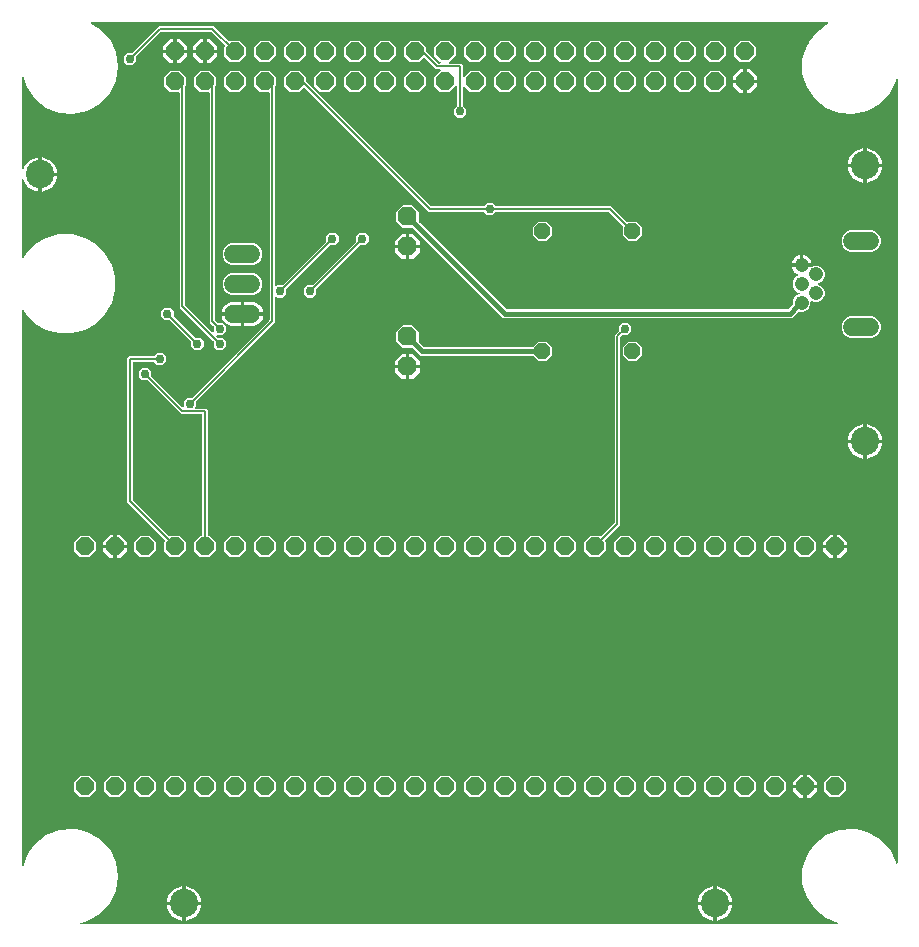
<source format=gbr>
G04 EAGLE Gerber RS-274X export*
G75*
%MOMM*%
%FSLAX34Y34*%
%LPD*%
%INBottom Copper*%
%IPPOS*%
%AMOC8*
5,1,8,0,0,1.08239X$1,22.5*%
G01*
%ADD10P,1.732040X8X292.500000*%
%ADD11C,1.524000*%
%ADD12P,1.649562X8X202.500000*%
%ADD13P,1.632244X8X22.500000*%
%ADD14C,1.508000*%
%ADD15C,1.208000*%
%ADD16P,1.429621X8X202.500000*%
%ADD17C,2.400000*%
%ADD18C,0.457200*%
%ADD19C,0.152400*%
%ADD20C,0.756400*%

G36*
X700852Y-91422D02*
X700852Y-91422D01*
X700956Y-91411D01*
X700973Y-91403D01*
X700992Y-91400D01*
X701084Y-91351D01*
X701179Y-91306D01*
X701193Y-91293D01*
X701209Y-91284D01*
X701281Y-91209D01*
X701357Y-91137D01*
X701366Y-91120D01*
X701379Y-91106D01*
X701423Y-91011D01*
X701471Y-90919D01*
X701474Y-90900D01*
X701482Y-90883D01*
X701494Y-90779D01*
X701510Y-90676D01*
X701507Y-90657D01*
X701509Y-90639D01*
X701487Y-90537D01*
X701470Y-90434D01*
X701461Y-90417D01*
X701457Y-90398D01*
X701404Y-90309D01*
X701354Y-90216D01*
X701341Y-90203D01*
X701331Y-90187D01*
X701252Y-90119D01*
X701176Y-90048D01*
X701155Y-90037D01*
X701144Y-90027D01*
X701114Y-90015D01*
X701027Y-89969D01*
X690884Y-85988D01*
X681415Y-78437D01*
X674592Y-68430D01*
X671022Y-56856D01*
X671022Y-44744D01*
X674592Y-33170D01*
X675575Y-31729D01*
X675575Y-31728D01*
X676613Y-30206D01*
X678170Y-27922D01*
X679208Y-26400D01*
X680246Y-24877D01*
X681415Y-23163D01*
X690884Y-15612D01*
X702158Y-11187D01*
X714236Y-10281D01*
X716194Y-10728D01*
X719529Y-11490D01*
X722865Y-12251D01*
X726045Y-12977D01*
X736534Y-19033D01*
X744772Y-27911D01*
X750027Y-38823D01*
X750125Y-39476D01*
X750146Y-39539D01*
X750157Y-39605D01*
X750183Y-39656D01*
X750201Y-39710D01*
X750240Y-39764D01*
X750272Y-39823D01*
X750313Y-39862D01*
X750347Y-39908D01*
X750402Y-39946D01*
X750450Y-39992D01*
X750502Y-40016D01*
X750549Y-40049D01*
X750613Y-40067D01*
X750673Y-40096D01*
X750730Y-40102D01*
X750785Y-40118D01*
X750851Y-40115D01*
X750917Y-40123D01*
X750973Y-40110D01*
X751030Y-40108D01*
X751093Y-40085D01*
X751158Y-40070D01*
X751207Y-40041D01*
X751260Y-40021D01*
X751312Y-39978D01*
X751369Y-39944D01*
X751406Y-39901D01*
X751450Y-39865D01*
X751485Y-39808D01*
X751529Y-39757D01*
X751550Y-39704D01*
X751580Y-39656D01*
X751596Y-39591D01*
X751621Y-39529D01*
X751630Y-39449D01*
X751637Y-39417D01*
X751636Y-39389D01*
X751639Y-39362D01*
X751639Y623562D01*
X751628Y623628D01*
X751628Y623695D01*
X751609Y623749D01*
X751600Y623805D01*
X751568Y623864D01*
X751546Y623927D01*
X751511Y623972D01*
X751484Y624023D01*
X751436Y624068D01*
X751395Y624121D01*
X751348Y624153D01*
X751306Y624192D01*
X751246Y624220D01*
X751190Y624257D01*
X751135Y624271D01*
X751083Y624296D01*
X751017Y624303D01*
X750952Y624320D01*
X750895Y624316D01*
X750839Y624323D01*
X750773Y624308D01*
X750707Y624304D01*
X750654Y624282D01*
X750598Y624270D01*
X750541Y624236D01*
X750479Y624211D01*
X750436Y624173D01*
X750387Y624144D01*
X750344Y624093D01*
X750293Y624050D01*
X750264Y624001D01*
X750227Y623957D01*
X750202Y623895D01*
X750168Y623838D01*
X750148Y623760D01*
X750135Y623729D01*
X750132Y623702D01*
X750125Y623676D01*
X750027Y623023D01*
X744772Y612111D01*
X736534Y603233D01*
X726045Y597177D01*
X714237Y594482D01*
X702159Y595387D01*
X690884Y599812D01*
X681414Y607363D01*
X674592Y617370D01*
X671022Y628944D01*
X671022Y641056D01*
X674592Y652630D01*
X675114Y653396D01*
X675115Y653396D01*
X675115Y653397D01*
X676152Y654919D01*
X676153Y654919D01*
X677710Y657203D01*
X678748Y658725D01*
X679786Y660248D01*
X681343Y662531D01*
X681343Y662532D01*
X681415Y662637D01*
X690884Y670188D01*
X692619Y670869D01*
X692709Y670923D01*
X692801Y670972D01*
X692814Y670985D01*
X692830Y670995D01*
X692899Y671074D01*
X692970Y671150D01*
X692978Y671167D01*
X692991Y671182D01*
X693030Y671278D01*
X693074Y671373D01*
X693076Y671392D01*
X693083Y671410D01*
X693090Y671514D01*
X693101Y671617D01*
X693097Y671636D01*
X693098Y671655D01*
X693071Y671756D01*
X693049Y671858D01*
X693039Y671874D01*
X693034Y671892D01*
X692976Y671979D01*
X692923Y672069D01*
X692908Y672081D01*
X692898Y672097D01*
X692815Y672161D01*
X692736Y672229D01*
X692718Y672236D01*
X692703Y672248D01*
X692605Y672282D01*
X692508Y672321D01*
X692484Y672323D01*
X692471Y672328D01*
X692439Y672328D01*
X692341Y672339D01*
X69324Y672339D01*
X69277Y672332D01*
X69229Y672333D01*
X69156Y672312D01*
X69081Y672300D01*
X69039Y672277D01*
X68993Y672263D01*
X68931Y672220D01*
X68864Y672184D01*
X68831Y672150D01*
X68792Y672122D01*
X68747Y672061D01*
X68695Y672006D01*
X68674Y671963D01*
X68646Y671924D01*
X68623Y671852D01*
X68591Y671783D01*
X68586Y671735D01*
X68571Y671690D01*
X68572Y671614D01*
X68564Y671539D01*
X68574Y671492D01*
X68575Y671444D01*
X68600Y671372D01*
X68616Y671298D01*
X68641Y671257D01*
X68657Y671212D01*
X68704Y671152D01*
X68742Y671087D01*
X68779Y671056D01*
X68808Y671018D01*
X68912Y670942D01*
X68929Y670927D01*
X68935Y670925D01*
X68943Y670919D01*
X76134Y666767D01*
X84372Y657889D01*
X89627Y646977D01*
X91432Y635000D01*
X89627Y623023D01*
X84372Y612111D01*
X76134Y603232D01*
X65645Y597177D01*
X53836Y594481D01*
X41758Y595387D01*
X30484Y599812D01*
X21015Y607363D01*
X14192Y617370D01*
X11649Y625612D01*
X11645Y625621D01*
X11643Y625631D01*
X11591Y625731D01*
X11540Y625833D01*
X11533Y625840D01*
X11528Y625848D01*
X11446Y625926D01*
X11366Y626006D01*
X11357Y626011D01*
X11350Y626018D01*
X11247Y626065D01*
X11145Y626116D01*
X11136Y626117D01*
X11127Y626121D01*
X11014Y626134D01*
X10902Y626149D01*
X10892Y626147D01*
X10883Y626148D01*
X10771Y626124D01*
X10660Y626103D01*
X10652Y626098D01*
X10642Y626096D01*
X10545Y626038D01*
X10446Y625982D01*
X10439Y625975D01*
X10431Y625970D01*
X10357Y625884D01*
X10281Y625799D01*
X10278Y625790D01*
X10271Y625783D01*
X10229Y625677D01*
X10184Y625574D01*
X10183Y625564D01*
X10179Y625555D01*
X10161Y625388D01*
X10161Y548519D01*
X10161Y548516D01*
X10161Y548512D01*
X10181Y548394D01*
X10200Y548277D01*
X10202Y548273D01*
X10203Y548269D01*
X10260Y548165D01*
X10316Y548059D01*
X10318Y548057D01*
X10320Y548053D01*
X10408Y547971D01*
X10494Y547890D01*
X10498Y547888D01*
X10500Y547886D01*
X10609Y547837D01*
X10717Y547786D01*
X10721Y547786D01*
X10725Y547784D01*
X10844Y547772D01*
X10961Y547759D01*
X10965Y547760D01*
X10969Y547760D01*
X11085Y547786D01*
X11202Y547811D01*
X11205Y547814D01*
X11209Y547814D01*
X11309Y547876D01*
X11413Y547938D01*
X11416Y547941D01*
X11419Y547943D01*
X11495Y548033D01*
X11573Y548125D01*
X11574Y548128D01*
X11577Y548131D01*
X11646Y548284D01*
X11925Y549142D01*
X12964Y551181D01*
X14309Y553033D01*
X15927Y554651D01*
X17779Y555996D01*
X19818Y557035D01*
X21995Y557743D01*
X23877Y558041D01*
X23877Y544322D01*
X23880Y544302D01*
X23878Y544283D01*
X23900Y544181D01*
X23917Y544079D01*
X23926Y544062D01*
X23930Y544042D01*
X23983Y543953D01*
X24032Y543862D01*
X24046Y543848D01*
X24056Y543831D01*
X24135Y543764D01*
X24210Y543693D01*
X24228Y543684D01*
X24243Y543671D01*
X24339Y543633D01*
X24433Y543589D01*
X24453Y543587D01*
X24471Y543579D01*
X24638Y543561D01*
X25401Y543561D01*
X25401Y543559D01*
X24638Y543559D01*
X24618Y543556D01*
X24599Y543558D01*
X24497Y543536D01*
X24395Y543519D01*
X24378Y543510D01*
X24358Y543506D01*
X24269Y543453D01*
X24178Y543404D01*
X24164Y543390D01*
X24147Y543380D01*
X24080Y543301D01*
X24009Y543226D01*
X24000Y543208D01*
X23987Y543193D01*
X23948Y543097D01*
X23905Y543003D01*
X23903Y542983D01*
X23895Y542965D01*
X23877Y542798D01*
X23877Y529079D01*
X21995Y529377D01*
X19818Y530085D01*
X17779Y531124D01*
X15927Y532469D01*
X14309Y534087D01*
X12964Y535939D01*
X11925Y537978D01*
X11646Y538836D01*
X11644Y538839D01*
X11643Y538843D01*
X11588Y538948D01*
X11533Y539054D01*
X11530Y539057D01*
X11528Y539061D01*
X11442Y539142D01*
X11357Y539226D01*
X11353Y539227D01*
X11350Y539230D01*
X11242Y539280D01*
X11135Y539331D01*
X11131Y539332D01*
X11127Y539334D01*
X11010Y539347D01*
X10890Y539361D01*
X10886Y539360D01*
X10883Y539361D01*
X10767Y539336D01*
X10650Y539311D01*
X10646Y539309D01*
X10642Y539308D01*
X10540Y539247D01*
X10437Y539187D01*
X10434Y539184D01*
X10431Y539182D01*
X10353Y539091D01*
X10275Y539002D01*
X10274Y538998D01*
X10271Y538995D01*
X10226Y538884D01*
X10181Y538775D01*
X10181Y538771D01*
X10179Y538767D01*
X10161Y538601D01*
X10161Y473722D01*
X10168Y473675D01*
X10167Y473627D01*
X10188Y473554D01*
X10200Y473480D01*
X10223Y473437D01*
X10237Y473391D01*
X10280Y473329D01*
X10316Y473262D01*
X10350Y473229D01*
X10378Y473190D01*
X10439Y473145D01*
X10494Y473093D01*
X10537Y473073D01*
X10576Y473044D01*
X10648Y473021D01*
X10717Y472989D01*
X10765Y472984D01*
X10810Y472969D01*
X10886Y472970D01*
X10961Y472962D01*
X11008Y472972D01*
X11056Y472973D01*
X11128Y472998D01*
X11202Y473014D01*
X11243Y473039D01*
X11288Y473055D01*
X11348Y473102D01*
X11413Y473140D01*
X11444Y473177D01*
X11482Y473207D01*
X11558Y473310D01*
X11573Y473327D01*
X11575Y473334D01*
X11581Y473342D01*
X13453Y476584D01*
X21256Y484387D01*
X30813Y489905D01*
X41472Y492761D01*
X52508Y492761D01*
X63167Y489905D01*
X72724Y484387D01*
X80527Y476584D01*
X86045Y467027D01*
X88901Y456368D01*
X88901Y445332D01*
X86045Y434673D01*
X80527Y425116D01*
X72724Y417313D01*
X63167Y411795D01*
X52508Y408939D01*
X41472Y408939D01*
X30813Y411795D01*
X21256Y417313D01*
X13453Y425116D01*
X11581Y428358D01*
X11551Y428395D01*
X11528Y428438D01*
X11474Y428490D01*
X11425Y428549D01*
X11385Y428574D01*
X11350Y428607D01*
X11281Y428639D01*
X11217Y428679D01*
X11170Y428691D01*
X11127Y428711D01*
X11052Y428719D01*
X10978Y428737D01*
X10930Y428733D01*
X10883Y428738D01*
X10808Y428722D01*
X10733Y428715D01*
X10689Y428696D01*
X10642Y428686D01*
X10577Y428647D01*
X10508Y428616D01*
X10472Y428584D01*
X10431Y428560D01*
X10382Y428502D01*
X10326Y428451D01*
X10302Y428409D01*
X10271Y428373D01*
X10243Y428302D01*
X10206Y428236D01*
X10197Y428189D01*
X10179Y428144D01*
X10165Y428016D01*
X10161Y427994D01*
X10162Y427988D01*
X10161Y427978D01*
X10161Y-41188D01*
X10162Y-41198D01*
X10161Y-41207D01*
X10182Y-41319D01*
X10200Y-41431D01*
X10205Y-41439D01*
X10207Y-41449D01*
X10263Y-41548D01*
X10316Y-41648D01*
X10323Y-41655D01*
X10327Y-41663D01*
X10412Y-41739D01*
X10494Y-41818D01*
X10503Y-41822D01*
X10510Y-41828D01*
X10614Y-41873D01*
X10717Y-41921D01*
X10727Y-41922D01*
X10736Y-41926D01*
X10849Y-41936D01*
X10961Y-41948D01*
X10971Y-41946D01*
X10981Y-41947D01*
X11091Y-41920D01*
X11202Y-41896D01*
X11210Y-41891D01*
X11220Y-41889D01*
X11316Y-41828D01*
X11413Y-41770D01*
X11419Y-41762D01*
X11428Y-41757D01*
X11499Y-41669D01*
X11573Y-41583D01*
X11576Y-41574D01*
X11583Y-41566D01*
X11649Y-41412D01*
X14192Y-33170D01*
X15175Y-31729D01*
X15175Y-31728D01*
X16213Y-30206D01*
X17770Y-27922D01*
X18808Y-26400D01*
X19846Y-24877D01*
X21015Y-23163D01*
X30484Y-15612D01*
X41758Y-11187D01*
X53836Y-10281D01*
X55794Y-10728D01*
X59129Y-11490D01*
X62465Y-12251D01*
X65645Y-12977D01*
X76134Y-19033D01*
X84372Y-27911D01*
X89627Y-38823D01*
X91432Y-50800D01*
X89627Y-62777D01*
X84372Y-73689D01*
X76134Y-82567D01*
X65645Y-88623D01*
X59894Y-89936D01*
X59859Y-89950D01*
X59821Y-89957D01*
X59745Y-89996D01*
X59666Y-90029D01*
X59637Y-90054D01*
X59603Y-90072D01*
X59545Y-90134D01*
X59480Y-90189D01*
X59460Y-90222D01*
X59434Y-90250D01*
X59398Y-90327D01*
X59355Y-90401D01*
X59347Y-90438D01*
X59330Y-90473D01*
X59321Y-90558D01*
X59303Y-90641D01*
X59308Y-90679D01*
X59303Y-90717D01*
X59321Y-90801D01*
X59331Y-90886D01*
X59347Y-90920D01*
X59356Y-90958D01*
X59399Y-91031D01*
X59436Y-91108D01*
X59462Y-91136D01*
X59482Y-91169D01*
X59547Y-91224D01*
X59606Y-91286D01*
X59639Y-91304D01*
X59669Y-91329D01*
X59748Y-91361D01*
X59823Y-91400D01*
X59861Y-91406D01*
X59897Y-91421D01*
X60064Y-91439D01*
X700749Y-91439D01*
X700852Y-91422D01*
G37*
%LPC*%
G36*
X417522Y421639D02*
X417522Y421639D01*
X340909Y498251D01*
X340836Y498304D01*
X340766Y498364D01*
X340736Y498376D01*
X340710Y498395D01*
X340623Y498422D01*
X340538Y498456D01*
X340497Y498460D01*
X340475Y498467D01*
X340442Y498466D01*
X340371Y498474D01*
X332604Y498474D01*
X327024Y504054D01*
X327024Y511946D01*
X332604Y517526D01*
X340496Y517526D01*
X346076Y511946D01*
X346076Y504179D01*
X346090Y504089D01*
X346098Y503998D01*
X346110Y503968D01*
X346115Y503936D01*
X346158Y503855D01*
X346194Y503771D01*
X346220Y503739D01*
X346231Y503719D01*
X346254Y503696D01*
X346299Y503641D01*
X420456Y429484D01*
X420529Y429431D01*
X420599Y429371D01*
X420629Y429359D01*
X420655Y429340D01*
X420742Y429313D01*
X420827Y429279D01*
X420868Y429275D01*
X420890Y429268D01*
X420923Y429269D01*
X420994Y429261D01*
X658506Y429261D01*
X658596Y429275D01*
X658687Y429283D01*
X658717Y429295D01*
X658749Y429300D01*
X658830Y429343D01*
X658914Y429379D01*
X658946Y429405D01*
X658966Y429416D01*
X658989Y429439D01*
X659044Y429484D01*
X662462Y432902D01*
X662515Y432975D01*
X662575Y433045D01*
X662587Y433075D01*
X662606Y433101D01*
X662633Y433188D01*
X662667Y433273D01*
X662671Y433314D01*
X662678Y433336D01*
X662677Y433369D01*
X662685Y433440D01*
X662685Y436355D01*
X663837Y439135D01*
X665965Y441263D01*
X668098Y442147D01*
X668159Y442185D01*
X668225Y442214D01*
X668263Y442249D01*
X668307Y442276D01*
X668353Y442332D01*
X668406Y442380D01*
X668431Y442426D01*
X668464Y442466D01*
X668490Y442533D01*
X668524Y442596D01*
X668534Y442647D01*
X668552Y442695D01*
X668555Y442767D01*
X668568Y442838D01*
X668560Y442889D01*
X668563Y442941D01*
X668543Y443010D01*
X668532Y443081D01*
X668509Y443127D01*
X668494Y443177D01*
X668453Y443236D01*
X668421Y443300D01*
X668384Y443337D01*
X668354Y443379D01*
X668296Y443422D01*
X668245Y443472D01*
X668182Y443507D01*
X668157Y443526D01*
X668134Y443533D01*
X668098Y443553D01*
X665965Y444437D01*
X663837Y446565D01*
X662685Y449345D01*
X662685Y452355D01*
X663837Y455135D01*
X665965Y457263D01*
X666771Y457597D01*
X666832Y457635D01*
X666897Y457664D01*
X666936Y457699D01*
X666980Y457726D01*
X667026Y457782D01*
X667078Y457830D01*
X667103Y457876D01*
X667137Y457916D01*
X667162Y457983D01*
X667197Y458046D01*
X667206Y458097D01*
X667225Y458146D01*
X667228Y458217D01*
X667241Y458288D01*
X667233Y458339D01*
X667235Y458391D01*
X667215Y458460D01*
X667205Y458531D01*
X667181Y458578D01*
X667167Y458628D01*
X667126Y458686D01*
X667093Y458750D01*
X667056Y458787D01*
X667026Y458830D01*
X666969Y458872D01*
X666918Y458923D01*
X666855Y458957D01*
X666829Y458976D01*
X666807Y458984D01*
X666771Y459003D01*
X666185Y459246D01*
X664780Y460185D01*
X663585Y461380D01*
X662646Y462785D01*
X661999Y464347D01*
X661804Y465327D01*
X669488Y465327D01*
X669508Y465330D01*
X669527Y465328D01*
X669629Y465350D01*
X669731Y465367D01*
X669748Y465376D01*
X669768Y465380D01*
X669857Y465433D01*
X669948Y465482D01*
X669962Y465496D01*
X669979Y465506D01*
X670046Y465585D01*
X670117Y465660D01*
X670126Y465678D01*
X670139Y465693D01*
X670177Y465789D01*
X670221Y465883D01*
X670223Y465903D01*
X670231Y465921D01*
X670249Y466088D01*
X670249Y466851D01*
X670251Y466851D01*
X670251Y466088D01*
X670254Y466068D01*
X670252Y466049D01*
X670274Y465947D01*
X670291Y465845D01*
X670300Y465828D01*
X670304Y465808D01*
X670357Y465719D01*
X670406Y465628D01*
X670420Y465614D01*
X670430Y465597D01*
X670509Y465530D01*
X670584Y465459D01*
X670602Y465450D01*
X670617Y465437D01*
X670713Y465398D01*
X670807Y465355D01*
X670827Y465353D01*
X670845Y465345D01*
X671012Y465327D01*
X677967Y465327D01*
X678032Y465337D01*
X678097Y465338D01*
X678178Y465361D01*
X678210Y465367D01*
X678227Y465376D01*
X678259Y465385D01*
X680745Y466415D01*
X683755Y466415D01*
X686535Y465263D01*
X688663Y463135D01*
X689815Y460355D01*
X689815Y457345D01*
X688663Y454565D01*
X686535Y452437D01*
X684402Y451553D01*
X684341Y451515D01*
X684275Y451486D01*
X684237Y451451D01*
X684193Y451424D01*
X684147Y451368D01*
X684094Y451320D01*
X684069Y451274D01*
X684036Y451234D01*
X684010Y451167D01*
X683976Y451104D01*
X683966Y451053D01*
X683948Y451005D01*
X683945Y450933D01*
X683932Y450862D01*
X683940Y450811D01*
X683937Y450759D01*
X683957Y450690D01*
X683968Y450619D01*
X683991Y450573D01*
X684006Y450523D01*
X684047Y450464D01*
X684079Y450400D01*
X684116Y450363D01*
X684146Y450321D01*
X684204Y450278D01*
X684255Y450228D01*
X684318Y450193D01*
X684343Y450174D01*
X684366Y450167D01*
X684402Y450147D01*
X686535Y449263D01*
X688663Y447135D01*
X689815Y444355D01*
X689815Y441345D01*
X688663Y438565D01*
X686535Y436437D01*
X683755Y435285D01*
X680745Y435285D01*
X678867Y436063D01*
X678823Y436074D01*
X678781Y436093D01*
X678704Y436102D01*
X678628Y436119D01*
X678582Y436115D01*
X678537Y436120D01*
X678460Y436104D01*
X678383Y436096D01*
X678341Y436078D01*
X678296Y436068D01*
X678229Y436028D01*
X678158Y435996D01*
X678124Y435965D01*
X678085Y435942D01*
X678034Y435883D01*
X677977Y435830D01*
X677955Y435790D01*
X677925Y435755D01*
X677896Y435683D01*
X677859Y435614D01*
X677850Y435569D01*
X677843Y435552D01*
X677843Y435551D01*
X677843Y435550D01*
X677833Y435527D01*
X677818Y435391D01*
X677815Y435372D01*
X677816Y435367D01*
X677815Y435360D01*
X677815Y433345D01*
X676663Y430565D01*
X674535Y428437D01*
X671755Y427285D01*
X668745Y427285D01*
X668423Y427419D01*
X668310Y427445D01*
X668196Y427474D01*
X668189Y427474D01*
X668183Y427475D01*
X668067Y427464D01*
X667950Y427455D01*
X667945Y427453D01*
X667938Y427452D01*
X667831Y427404D01*
X667724Y427359D01*
X667718Y427354D01*
X667714Y427352D01*
X667700Y427339D01*
X667593Y427254D01*
X661978Y421639D01*
X417522Y421639D01*
G37*
%LPD*%
%LPC*%
G36*
X161345Y219535D02*
X161345Y219535D01*
X156035Y224845D01*
X156035Y232355D01*
X161345Y237665D01*
X162052Y237665D01*
X162072Y237668D01*
X162091Y237666D01*
X162193Y237688D01*
X162295Y237704D01*
X162312Y237714D01*
X162332Y237718D01*
X162421Y237771D01*
X162512Y237820D01*
X162526Y237834D01*
X162543Y237844D01*
X162610Y237923D01*
X162682Y237998D01*
X162690Y238016D01*
X162703Y238031D01*
X162742Y238127D01*
X162785Y238221D01*
X162787Y238241D01*
X162795Y238259D01*
X162813Y238426D01*
X162813Y339852D01*
X162810Y339872D01*
X162812Y339891D01*
X162790Y339993D01*
X162774Y340095D01*
X162764Y340112D01*
X162760Y340132D01*
X162707Y340221D01*
X162658Y340312D01*
X162644Y340326D01*
X162634Y340343D01*
X162555Y340410D01*
X162480Y340482D01*
X162462Y340490D01*
X162447Y340503D01*
X162351Y340542D01*
X162257Y340585D01*
X162237Y340587D01*
X162219Y340595D01*
X162052Y340613D01*
X145103Y340613D01*
X116596Y369120D01*
X116522Y369173D01*
X116452Y369233D01*
X116422Y369245D01*
X116396Y369264D01*
X116309Y369291D01*
X116224Y369325D01*
X116183Y369329D01*
X116161Y369336D01*
X116129Y369335D01*
X116057Y369343D01*
X112102Y369343D01*
X108993Y372452D01*
X108993Y376848D01*
X112102Y379957D01*
X116498Y379957D01*
X119607Y376848D01*
X119607Y372893D01*
X119608Y372885D01*
X119608Y372884D01*
X119609Y372876D01*
X119621Y372802D01*
X119629Y372712D01*
X119641Y372682D01*
X119646Y372650D01*
X119689Y372569D01*
X119725Y372485D01*
X119751Y372453D01*
X119762Y372432D01*
X119785Y372410D01*
X119830Y372354D01*
X145794Y346390D01*
X145852Y346348D01*
X145904Y346299D01*
X145951Y346277D01*
X145993Y346247D01*
X146062Y346226D01*
X146127Y346195D01*
X146179Y346190D01*
X146229Y346174D01*
X146300Y346176D01*
X146371Y346168D01*
X146422Y346179D01*
X146474Y346181D01*
X146542Y346205D01*
X146612Y346220D01*
X146657Y346247D01*
X146705Y346265D01*
X146761Y346310D01*
X146823Y346347D01*
X146857Y346386D01*
X146897Y346419D01*
X146936Y346479D01*
X146983Y346534D01*
X147002Y346582D01*
X147030Y346626D01*
X147048Y346695D01*
X147075Y346762D01*
X147083Y346833D01*
X147091Y346864D01*
X147089Y346888D01*
X147093Y346928D01*
X147093Y351448D01*
X150202Y354557D01*
X154157Y354557D01*
X154248Y354571D01*
X154338Y354579D01*
X154368Y354591D01*
X154400Y354596D01*
X154481Y354639D01*
X154565Y354675D01*
X154597Y354701D01*
X154618Y354712D01*
X154640Y354735D01*
X154696Y354780D01*
X219740Y419824D01*
X219793Y419898D01*
X219853Y419968D01*
X219865Y419998D01*
X219884Y420024D01*
X219911Y420111D01*
X219945Y420196D01*
X219949Y420237D01*
X219956Y420259D01*
X219955Y420291D01*
X219963Y420363D01*
X219963Y612394D01*
X219960Y612414D01*
X219962Y612433D01*
X219940Y612535D01*
X219924Y612637D01*
X219914Y612654D01*
X219910Y612674D01*
X219857Y612763D01*
X219808Y612854D01*
X219794Y612868D01*
X219784Y612885D01*
X219705Y612952D01*
X219630Y613024D01*
X219612Y613032D01*
X219597Y613045D01*
X219501Y613084D01*
X219407Y613127D01*
X219387Y613129D01*
X219369Y613137D01*
X219202Y613155D01*
X212112Y613155D01*
X206755Y618512D01*
X206755Y626088D01*
X212112Y631445D01*
X219688Y631445D01*
X225045Y626088D01*
X225045Y618512D01*
X224760Y618227D01*
X224707Y618153D01*
X224647Y618084D01*
X224635Y618054D01*
X224616Y618027D01*
X224589Y617940D01*
X224555Y617856D01*
X224551Y617815D01*
X224544Y617792D01*
X224545Y617760D01*
X224537Y617689D01*
X224537Y449779D01*
X224538Y449772D01*
X224538Y449770D01*
X224540Y449761D01*
X224548Y449709D01*
X224550Y449637D01*
X224568Y449588D01*
X224576Y449537D01*
X224610Y449473D01*
X224635Y449406D01*
X224667Y449365D01*
X224692Y449319D01*
X224744Y449270D01*
X224788Y449214D01*
X224832Y449186D01*
X224870Y449150D01*
X224935Y449120D01*
X224995Y449081D01*
X225046Y449068D01*
X225093Y449046D01*
X225164Y449038D01*
X225234Y449021D01*
X225286Y449025D01*
X225337Y449019D01*
X225408Y449034D01*
X225479Y449040D01*
X225527Y449060D01*
X225578Y449071D01*
X225639Y449108D01*
X225705Y449136D01*
X225761Y449181D01*
X225789Y449198D01*
X225804Y449215D01*
X225836Y449241D01*
X226402Y449807D01*
X230357Y449807D01*
X230448Y449821D01*
X230538Y449829D01*
X230568Y449841D01*
X230600Y449846D01*
X230681Y449889D01*
X230765Y449925D01*
X230797Y449951D01*
X230818Y449962D01*
X230820Y449964D01*
X230840Y449985D01*
X230896Y450030D01*
X267520Y486654D01*
X267573Y486728D01*
X267633Y486798D01*
X267645Y486828D01*
X267664Y486854D01*
X267691Y486941D01*
X267725Y487026D01*
X267729Y487067D01*
X267736Y487089D01*
X267735Y487121D01*
X267743Y487193D01*
X267743Y491148D01*
X270852Y494257D01*
X275248Y494257D01*
X278357Y491148D01*
X278357Y486752D01*
X275248Y483643D01*
X271293Y483643D01*
X271202Y483629D01*
X271112Y483621D01*
X271082Y483609D01*
X271050Y483604D01*
X270969Y483561D01*
X270885Y483525D01*
X270853Y483499D01*
X270832Y483488D01*
X270810Y483465D01*
X270754Y483420D01*
X234130Y446796D01*
X234077Y446722D01*
X234017Y446652D01*
X234005Y446622D01*
X233986Y446596D01*
X233959Y446509D01*
X233925Y446424D01*
X233921Y446383D01*
X233914Y446361D01*
X233915Y446329D01*
X233907Y446257D01*
X233907Y442302D01*
X230798Y439193D01*
X226402Y439193D01*
X225836Y439759D01*
X225778Y439801D01*
X225726Y439850D01*
X225679Y439872D01*
X225637Y439902D01*
X225568Y439924D01*
X225503Y439954D01*
X225451Y439959D01*
X225401Y439975D01*
X225330Y439973D01*
X225259Y439981D01*
X225208Y439970D01*
X225156Y439968D01*
X225088Y439944D01*
X225018Y439929D01*
X224973Y439902D01*
X224925Y439884D01*
X224869Y439839D01*
X224807Y439802D01*
X224773Y439763D01*
X224733Y439730D01*
X224694Y439670D01*
X224647Y439615D01*
X224628Y439567D01*
X224600Y439523D01*
X224582Y439454D01*
X224555Y439387D01*
X224547Y439316D01*
X224539Y439285D01*
X224541Y439262D01*
X224537Y439221D01*
X224537Y418153D01*
X157930Y351546D01*
X157877Y351472D01*
X157817Y351402D01*
X157805Y351372D01*
X157786Y351346D01*
X157759Y351259D01*
X157725Y351174D01*
X157721Y351133D01*
X157714Y351111D01*
X157715Y351079D01*
X157707Y351007D01*
X157707Y347052D01*
X157141Y346486D01*
X157099Y346428D01*
X157050Y346376D01*
X157028Y346329D01*
X156998Y346287D01*
X156976Y346218D01*
X156946Y346153D01*
X156941Y346101D01*
X156925Y346051D01*
X156927Y345980D01*
X156919Y345909D01*
X156930Y345858D01*
X156932Y345806D01*
X156956Y345738D01*
X156971Y345668D01*
X156998Y345623D01*
X157016Y345575D01*
X157061Y345519D01*
X157098Y345457D01*
X157137Y345423D01*
X157170Y345383D01*
X157230Y345344D01*
X157285Y345297D01*
X157333Y345278D01*
X157377Y345250D01*
X157446Y345232D01*
X157513Y345205D01*
X157584Y345197D01*
X157615Y345189D01*
X157638Y345191D01*
X157679Y345187D01*
X166047Y345187D01*
X167387Y343847D01*
X167387Y238426D01*
X167390Y238406D01*
X167388Y238387D01*
X167410Y238285D01*
X167426Y238183D01*
X167436Y238166D01*
X167440Y238146D01*
X167493Y238057D01*
X167542Y237966D01*
X167556Y237952D01*
X167566Y237935D01*
X167645Y237868D01*
X167720Y237796D01*
X167738Y237788D01*
X167753Y237775D01*
X167849Y237736D01*
X167943Y237693D01*
X167963Y237691D01*
X167981Y237683D01*
X168148Y237665D01*
X168855Y237665D01*
X174165Y232355D01*
X174165Y224845D01*
X168855Y219535D01*
X161345Y219535D01*
G37*
%LPD*%
%LPC*%
G36*
X175602Y394743D02*
X175602Y394743D01*
X172493Y397852D01*
X172493Y401807D01*
X172479Y401898D01*
X172471Y401988D01*
X172459Y402018D01*
X172454Y402050D01*
X172411Y402131D01*
X172375Y402215D01*
X172349Y402247D01*
X172338Y402268D01*
X172315Y402290D01*
X172270Y402346D01*
X143763Y430853D01*
X143763Y612394D01*
X143760Y612414D01*
X143762Y612433D01*
X143740Y612535D01*
X143724Y612637D01*
X143714Y612654D01*
X143710Y612674D01*
X143657Y612763D01*
X143608Y612854D01*
X143594Y612868D01*
X143584Y612885D01*
X143505Y612952D01*
X143430Y613024D01*
X143412Y613032D01*
X143397Y613045D01*
X143301Y613084D01*
X143207Y613127D01*
X143187Y613129D01*
X143169Y613137D01*
X143002Y613155D01*
X135912Y613155D01*
X130555Y618512D01*
X130555Y626088D01*
X135912Y631445D01*
X143488Y631445D01*
X148845Y626088D01*
X148845Y618512D01*
X148560Y618227D01*
X148507Y618153D01*
X148447Y618084D01*
X148435Y618054D01*
X148416Y618027D01*
X148389Y617940D01*
X148355Y617856D01*
X148351Y617815D01*
X148344Y617792D01*
X148345Y617760D01*
X148337Y617689D01*
X148337Y433063D01*
X148340Y433041D01*
X148338Y433023D01*
X148353Y432956D01*
X148359Y432882D01*
X148371Y432852D01*
X148376Y432820D01*
X148386Y432801D01*
X148391Y432782D01*
X148426Y432722D01*
X148455Y432655D01*
X148481Y432623D01*
X148492Y432602D01*
X148506Y432588D01*
X148517Y432571D01*
X148534Y432556D01*
X148560Y432524D01*
X171194Y409890D01*
X171252Y409848D01*
X171304Y409799D01*
X171351Y409777D01*
X171393Y409747D01*
X171462Y409726D01*
X171527Y409695D01*
X171579Y409690D01*
X171629Y409674D01*
X171700Y409676D01*
X171771Y409668D01*
X171822Y409679D01*
X171874Y409681D01*
X171942Y409705D01*
X172012Y409720D01*
X172057Y409747D01*
X172105Y409765D01*
X172161Y409810D01*
X172223Y409847D01*
X172257Y409886D01*
X172297Y409919D01*
X172336Y409979D01*
X172383Y410034D01*
X172402Y410082D01*
X172430Y410126D01*
X172448Y410195D01*
X172475Y410262D01*
X172483Y410333D01*
X172491Y410364D01*
X172489Y410388D01*
X172493Y410428D01*
X172493Y414507D01*
X172479Y414598D01*
X172471Y414688D01*
X172459Y414718D01*
X172454Y414750D01*
X172411Y414831D01*
X172375Y414915D01*
X172349Y414947D01*
X172338Y414968D01*
X172315Y414990D01*
X172270Y415046D01*
X169163Y418153D01*
X169163Y612394D01*
X169160Y612414D01*
X169162Y612433D01*
X169140Y612535D01*
X169124Y612637D01*
X169114Y612654D01*
X169110Y612674D01*
X169057Y612763D01*
X169008Y612854D01*
X168994Y612868D01*
X168984Y612885D01*
X168905Y612952D01*
X168830Y613024D01*
X168812Y613032D01*
X168797Y613045D01*
X168701Y613084D01*
X168607Y613127D01*
X168587Y613129D01*
X168569Y613137D01*
X168402Y613155D01*
X161312Y613155D01*
X155955Y618512D01*
X155955Y626088D01*
X161312Y631445D01*
X168888Y631445D01*
X174245Y626088D01*
X174245Y618512D01*
X173960Y618227D01*
X173907Y618153D01*
X173847Y618084D01*
X173835Y618054D01*
X173816Y618027D01*
X173789Y617940D01*
X173755Y617856D01*
X173751Y617815D01*
X173744Y617792D01*
X173745Y617760D01*
X173737Y617689D01*
X173737Y420363D01*
X173751Y420272D01*
X173759Y420182D01*
X173771Y420152D01*
X173776Y420120D01*
X173819Y420039D01*
X173855Y419955D01*
X173881Y419923D01*
X173892Y419902D01*
X173915Y419880D01*
X173960Y419824D01*
X175504Y418280D01*
X175578Y418227D01*
X175648Y418167D01*
X175678Y418155D01*
X175704Y418136D01*
X175791Y418109D01*
X175876Y418075D01*
X175917Y418071D01*
X175939Y418064D01*
X175971Y418065D01*
X176043Y418057D01*
X179998Y418057D01*
X183107Y414948D01*
X183107Y410552D01*
X179998Y407443D01*
X175478Y407443D01*
X175408Y407432D01*
X175336Y407430D01*
X175287Y407412D01*
X175236Y407404D01*
X175172Y407370D01*
X175105Y407345D01*
X175064Y407313D01*
X175018Y407288D01*
X174969Y407236D01*
X174913Y407192D01*
X174885Y407148D01*
X174849Y407110D01*
X174819Y407045D01*
X174780Y406985D01*
X174767Y406934D01*
X174745Y406887D01*
X174737Y406816D01*
X174720Y406746D01*
X174724Y406694D01*
X174718Y406643D01*
X174733Y406572D01*
X174739Y406501D01*
X174759Y406453D01*
X174770Y406402D01*
X174807Y406341D01*
X174835Y406275D01*
X174880Y406219D01*
X174897Y406191D01*
X174914Y406176D01*
X174940Y406144D01*
X175504Y405580D01*
X175578Y405526D01*
X175648Y405467D01*
X175678Y405455D01*
X175704Y405436D01*
X175791Y405409D01*
X175876Y405375D01*
X175917Y405371D01*
X175939Y405364D01*
X175971Y405365D01*
X176043Y405357D01*
X179998Y405357D01*
X183107Y402248D01*
X183107Y397852D01*
X179998Y394743D01*
X175602Y394743D01*
G37*
%LPD*%
%LPC*%
G36*
X523683Y487171D02*
X523683Y487171D01*
X518921Y491933D01*
X518921Y498667D01*
X519147Y498893D01*
X519159Y498909D01*
X519174Y498921D01*
X519230Y499008D01*
X519290Y499092D01*
X519296Y499111D01*
X519307Y499128D01*
X519332Y499229D01*
X519363Y499327D01*
X519362Y499347D01*
X519367Y499367D01*
X519359Y499470D01*
X519356Y499573D01*
X519350Y499592D01*
X519348Y499612D01*
X519308Y499707D01*
X519272Y499804D01*
X519259Y499820D01*
X519252Y499838D01*
X519147Y499969D01*
X507276Y511840D01*
X507202Y511893D01*
X507132Y511953D01*
X507102Y511965D01*
X507076Y511984D01*
X506989Y512011D01*
X506904Y512045D01*
X506863Y512049D01*
X506841Y512056D01*
X506809Y512055D01*
X506737Y512063D01*
X411933Y512063D01*
X411843Y512049D01*
X411752Y512041D01*
X411723Y512029D01*
X411691Y512024D01*
X411610Y511981D01*
X411526Y511945D01*
X411494Y511919D01*
X411473Y511908D01*
X411451Y511885D01*
X411395Y511840D01*
X408598Y509043D01*
X404202Y509043D01*
X401405Y511840D01*
X401331Y511893D01*
X401261Y511953D01*
X401231Y511965D01*
X401205Y511984D01*
X401118Y512011D01*
X401033Y512045D01*
X400992Y512049D01*
X400970Y512056D01*
X400938Y512055D01*
X400867Y512063D01*
X354653Y512063D01*
X249863Y616853D01*
X249846Y616865D01*
X249834Y616881D01*
X249747Y616937D01*
X249663Y616997D01*
X249644Y617003D01*
X249627Y617014D01*
X249527Y617039D01*
X249428Y617069D01*
X249408Y617069D01*
X249389Y617074D01*
X249286Y617066D01*
X249182Y617063D01*
X249163Y617056D01*
X249143Y617055D01*
X249049Y617014D01*
X248951Y616979D01*
X248935Y616966D01*
X248917Y616958D01*
X248786Y616853D01*
X245088Y613155D01*
X237512Y613155D01*
X232155Y618512D01*
X232155Y626088D01*
X237512Y631445D01*
X245088Y631445D01*
X250445Y626088D01*
X250445Y623054D01*
X250459Y622964D01*
X250467Y622873D01*
X250479Y622844D01*
X250484Y622812D01*
X250527Y622731D01*
X250563Y622647D01*
X250589Y622615D01*
X250600Y622594D01*
X250623Y622572D01*
X250668Y622516D01*
X356324Y516860D01*
X356398Y516807D01*
X356468Y516747D01*
X356498Y516735D01*
X356524Y516716D01*
X356611Y516689D01*
X356696Y516655D01*
X356737Y516651D01*
X356759Y516644D01*
X356791Y516645D01*
X356863Y516637D01*
X400867Y516637D01*
X400957Y516651D01*
X401048Y516659D01*
X401077Y516671D01*
X401109Y516676D01*
X401190Y516719D01*
X401274Y516755D01*
X401306Y516781D01*
X401327Y516792D01*
X401349Y516815D01*
X401405Y516860D01*
X404202Y519657D01*
X408598Y519657D01*
X411395Y516860D01*
X411469Y516807D01*
X411539Y516747D01*
X411569Y516735D01*
X411595Y516716D01*
X411682Y516689D01*
X411767Y516655D01*
X411808Y516651D01*
X411830Y516644D01*
X411862Y516645D01*
X411933Y516637D01*
X508947Y516637D01*
X510510Y515074D01*
X522381Y503203D01*
X522397Y503191D01*
X522409Y503176D01*
X522497Y503120D01*
X522581Y503060D01*
X522600Y503054D01*
X522616Y503043D01*
X522717Y503018D01*
X522816Y502987D01*
X522836Y502988D01*
X522855Y502983D01*
X522958Y502991D01*
X523061Y502994D01*
X523080Y503000D01*
X523100Y503002D01*
X523195Y503042D01*
X523293Y503078D01*
X523308Y503091D01*
X523326Y503098D01*
X523457Y503203D01*
X523683Y503429D01*
X530417Y503429D01*
X535179Y498667D01*
X535179Y491933D01*
X530417Y487171D01*
X523683Y487171D01*
G37*
%LPD*%
%LPC*%
G36*
X378802Y591593D02*
X378802Y591593D01*
X375693Y594702D01*
X375693Y599098D01*
X378490Y601895D01*
X378543Y601969D01*
X378603Y602039D01*
X378615Y602069D01*
X378634Y602095D01*
X378661Y602182D01*
X378695Y602267D01*
X378699Y602308D01*
X378706Y602330D01*
X378705Y602362D01*
X378713Y602433D01*
X378713Y617943D01*
X378702Y618014D01*
X378700Y618085D01*
X378682Y618134D01*
X378674Y618186D01*
X378640Y618249D01*
X378615Y618316D01*
X378583Y618357D01*
X378558Y618403D01*
X378506Y618452D01*
X378462Y618508D01*
X378418Y618537D01*
X378380Y618572D01*
X378315Y618603D01*
X378255Y618641D01*
X378204Y618654D01*
X378157Y618676D01*
X378086Y618684D01*
X378016Y618701D01*
X377964Y618697D01*
X377913Y618703D01*
X377842Y618688D01*
X377771Y618682D01*
X377723Y618662D01*
X377672Y618651D01*
X377611Y618614D01*
X377545Y618586D01*
X377489Y618541D01*
X377461Y618525D01*
X377446Y618507D01*
X377414Y618481D01*
X372088Y613155D01*
X364512Y613155D01*
X359155Y618512D01*
X359155Y626088D01*
X364481Y631414D01*
X364523Y631472D01*
X364572Y631524D01*
X364594Y631571D01*
X364625Y631613D01*
X364646Y631682D01*
X364676Y631747D01*
X364682Y631799D01*
X364697Y631849D01*
X364695Y631920D01*
X364703Y631991D01*
X364692Y632042D01*
X364691Y632094D01*
X364666Y632162D01*
X364651Y632232D01*
X364624Y632277D01*
X364606Y632325D01*
X364561Y632381D01*
X364525Y632443D01*
X364485Y632477D01*
X364453Y632517D01*
X364392Y632556D01*
X364338Y632603D01*
X364289Y632622D01*
X364246Y632650D01*
X364176Y632668D01*
X364110Y632695D01*
X364038Y632703D01*
X364007Y632711D01*
X363984Y632709D01*
X363943Y632713D01*
X361003Y632713D01*
X351463Y642253D01*
X351446Y642265D01*
X351434Y642281D01*
X351347Y642337D01*
X351263Y642397D01*
X351244Y642403D01*
X351227Y642414D01*
X351127Y642439D01*
X351028Y642469D01*
X351008Y642469D01*
X350989Y642474D01*
X350886Y642466D01*
X350782Y642463D01*
X350763Y642456D01*
X350743Y642455D01*
X350648Y642414D01*
X350551Y642379D01*
X350535Y642366D01*
X350517Y642358D01*
X350386Y642253D01*
X346688Y638555D01*
X339112Y638555D01*
X333755Y643912D01*
X333755Y651488D01*
X339112Y656845D01*
X346688Y656845D01*
X352045Y651488D01*
X352045Y648455D01*
X352059Y648364D01*
X352067Y648274D01*
X352079Y648244D01*
X352084Y648212D01*
X352127Y648131D01*
X352163Y648047D01*
X352189Y648015D01*
X352200Y647994D01*
X352223Y647972D01*
X352268Y647916D01*
X362674Y637510D01*
X362748Y637457D01*
X362818Y637397D01*
X362848Y637385D01*
X362874Y637366D01*
X362961Y637339D01*
X363046Y637305D01*
X363087Y637301D01*
X363109Y637294D01*
X363141Y637295D01*
X363213Y637287D01*
X363943Y637287D01*
X364014Y637298D01*
X364085Y637300D01*
X364134Y637318D01*
X364186Y637326D01*
X364249Y637360D01*
X364316Y637385D01*
X364357Y637417D01*
X364403Y637442D01*
X364452Y637494D01*
X364508Y637538D01*
X364537Y637582D01*
X364572Y637620D01*
X364603Y637685D01*
X364641Y637745D01*
X364654Y637796D01*
X364676Y637843D01*
X364684Y637914D01*
X364701Y637984D01*
X364697Y638036D01*
X364703Y638087D01*
X364688Y638158D01*
X364682Y638229D01*
X364662Y638277D01*
X364651Y638328D01*
X364614Y638389D01*
X364586Y638455D01*
X364541Y638511D01*
X364525Y638539D01*
X364507Y638554D01*
X364481Y638586D01*
X359155Y643912D01*
X359155Y651488D01*
X364512Y656845D01*
X372088Y656845D01*
X377445Y651488D01*
X377445Y643912D01*
X372119Y638586D01*
X372077Y638528D01*
X372028Y638476D01*
X372006Y638429D01*
X371975Y638387D01*
X371954Y638318D01*
X371924Y638253D01*
X371918Y638201D01*
X371903Y638151D01*
X371905Y638080D01*
X371897Y638009D01*
X371908Y637958D01*
X371909Y637906D01*
X371934Y637838D01*
X371949Y637768D01*
X371976Y637723D01*
X371994Y637675D01*
X372039Y637619D01*
X372075Y637557D01*
X372115Y637523D01*
X372147Y637483D01*
X372208Y637444D01*
X372262Y637397D01*
X372311Y637378D01*
X372354Y637350D01*
X372424Y637332D01*
X372490Y637305D01*
X372562Y637297D01*
X372593Y637289D01*
X372616Y637291D01*
X372657Y637287D01*
X381947Y637287D01*
X383287Y635947D01*
X383287Y626657D01*
X383298Y626586D01*
X383300Y626515D01*
X383318Y626466D01*
X383326Y626414D01*
X383360Y626351D01*
X383385Y626284D01*
X383417Y626243D01*
X383442Y626197D01*
X383494Y626148D01*
X383538Y626092D01*
X383582Y626063D01*
X383620Y626028D01*
X383685Y625997D01*
X383745Y625959D01*
X383796Y625946D01*
X383843Y625924D01*
X383914Y625916D01*
X383984Y625899D01*
X384036Y625903D01*
X384087Y625897D01*
X384158Y625912D01*
X384229Y625918D01*
X384277Y625938D01*
X384328Y625949D01*
X384389Y625986D01*
X384455Y626014D01*
X384511Y626059D01*
X384539Y626075D01*
X384554Y626093D01*
X384586Y626119D01*
X389912Y631445D01*
X397488Y631445D01*
X402845Y626088D01*
X402845Y618512D01*
X397488Y613155D01*
X389912Y613155D01*
X384586Y618481D01*
X384528Y618523D01*
X384476Y618572D01*
X384429Y618594D01*
X384387Y618625D01*
X384318Y618646D01*
X384253Y618676D01*
X384201Y618682D01*
X384151Y618697D01*
X384080Y618695D01*
X384009Y618703D01*
X383958Y618692D01*
X383906Y618691D01*
X383838Y618666D01*
X383768Y618651D01*
X383723Y618624D01*
X383675Y618606D01*
X383619Y618561D01*
X383557Y618525D01*
X383523Y618485D01*
X383483Y618453D01*
X383444Y618392D01*
X383397Y618338D01*
X383378Y618289D01*
X383350Y618246D01*
X383332Y618176D01*
X383305Y618110D01*
X383297Y618038D01*
X383289Y618007D01*
X383291Y617984D01*
X383287Y617943D01*
X383287Y602433D01*
X383301Y602343D01*
X383309Y602252D01*
X383321Y602223D01*
X383326Y602191D01*
X383369Y602110D01*
X383405Y602026D01*
X383431Y601994D01*
X383442Y601973D01*
X383465Y601951D01*
X383510Y601895D01*
X386307Y599098D01*
X386307Y594702D01*
X383198Y591593D01*
X378802Y591593D01*
G37*
%LPD*%
%LPC*%
G36*
X447483Y385571D02*
X447483Y385571D01*
X443388Y389666D01*
X443314Y389719D01*
X443245Y389779D01*
X443214Y389791D01*
X443188Y389810D01*
X443101Y389837D01*
X443016Y389871D01*
X442975Y389875D01*
X442953Y389882D01*
X442921Y389881D01*
X442850Y389889D01*
X347672Y389889D01*
X340909Y396651D01*
X340836Y396704D01*
X340766Y396764D01*
X340736Y396776D01*
X340710Y396795D01*
X340623Y396822D01*
X340538Y396856D01*
X340497Y396860D01*
X340475Y396867D01*
X340442Y396866D01*
X340371Y396874D01*
X332604Y396874D01*
X327024Y402454D01*
X327024Y410346D01*
X332604Y415926D01*
X340496Y415926D01*
X346076Y410346D01*
X346076Y402579D01*
X346090Y402489D01*
X346098Y402398D01*
X346110Y402368D01*
X346115Y402336D01*
X346158Y402255D01*
X346194Y402171D01*
X346220Y402139D01*
X346231Y402119D01*
X346254Y402096D01*
X346299Y402041D01*
X350606Y397734D01*
X350679Y397681D01*
X350749Y397621D01*
X350779Y397609D01*
X350805Y397590D01*
X350892Y397563D01*
X350977Y397529D01*
X351018Y397525D01*
X351040Y397518D01*
X351073Y397519D01*
X351144Y397511D01*
X442850Y397511D01*
X442940Y397525D01*
X443031Y397533D01*
X443060Y397545D01*
X443092Y397550D01*
X443173Y397593D01*
X443257Y397629D01*
X443289Y397655D01*
X443310Y397666D01*
X443332Y397689D01*
X443388Y397734D01*
X447483Y401829D01*
X454217Y401829D01*
X458979Y397067D01*
X458979Y390333D01*
X454217Y385571D01*
X447483Y385571D01*
G37*
%LPD*%
%LPC*%
G36*
X135945Y219535D02*
X135945Y219535D01*
X130635Y224845D01*
X130635Y232355D01*
X131135Y232854D01*
X131147Y232871D01*
X131162Y232883D01*
X131218Y232970D01*
X131279Y233054D01*
X131284Y233073D01*
X131295Y233090D01*
X131321Y233190D01*
X131351Y233289D01*
X131350Y233309D01*
X131355Y233329D01*
X131347Y233432D01*
X131345Y233535D01*
X131338Y233554D01*
X131336Y233574D01*
X131296Y233669D01*
X131260Y233766D01*
X131248Y233782D01*
X131240Y233800D01*
X131135Y233931D01*
X100876Y264190D01*
X99313Y265753D01*
X99313Y388297D01*
X100653Y389637D01*
X121467Y389637D01*
X121557Y389651D01*
X121648Y389659D01*
X121677Y389671D01*
X121709Y389676D01*
X121790Y389719D01*
X121874Y389755D01*
X121906Y389781D01*
X121927Y389792D01*
X121949Y389815D01*
X122005Y389860D01*
X124802Y392657D01*
X129198Y392657D01*
X132307Y389548D01*
X132307Y385152D01*
X129198Y382043D01*
X124802Y382043D01*
X122005Y384840D01*
X121931Y384893D01*
X121861Y384953D01*
X121831Y384965D01*
X121805Y384984D01*
X121718Y385011D01*
X121633Y385045D01*
X121592Y385049D01*
X121570Y385056D01*
X121538Y385055D01*
X121467Y385063D01*
X104648Y385063D01*
X104628Y385060D01*
X104609Y385062D01*
X104507Y385040D01*
X104405Y385024D01*
X104388Y385014D01*
X104368Y385010D01*
X104279Y384957D01*
X104188Y384908D01*
X104174Y384894D01*
X104157Y384884D01*
X104090Y384805D01*
X104018Y384730D01*
X104010Y384712D01*
X103997Y384697D01*
X103958Y384601D01*
X103915Y384507D01*
X103913Y384487D01*
X103905Y384469D01*
X103887Y384302D01*
X103887Y267963D01*
X103901Y267872D01*
X103909Y267782D01*
X103921Y267752D01*
X103926Y267720D01*
X103969Y267639D01*
X104005Y267555D01*
X104031Y267523D01*
X104042Y267502D01*
X104065Y267480D01*
X104110Y267424D01*
X134369Y237165D01*
X134385Y237153D01*
X134398Y237138D01*
X134485Y237082D01*
X134569Y237021D01*
X134588Y237016D01*
X134605Y237005D01*
X134705Y236979D01*
X134804Y236949D01*
X134824Y236950D01*
X134843Y236945D01*
X134946Y236953D01*
X135050Y236955D01*
X135068Y236962D01*
X135088Y236964D01*
X135183Y237004D01*
X135281Y237040D01*
X135296Y237052D01*
X135315Y237060D01*
X135446Y237165D01*
X135945Y237665D01*
X143455Y237665D01*
X148765Y232355D01*
X148765Y224845D01*
X143455Y219535D01*
X135945Y219535D01*
G37*
%LPD*%
%LPC*%
G36*
X491545Y219535D02*
X491545Y219535D01*
X486235Y224845D01*
X486235Y232355D01*
X491545Y237665D01*
X499055Y237665D01*
X499554Y237165D01*
X499571Y237153D01*
X499583Y237138D01*
X499670Y237082D01*
X499754Y237021D01*
X499773Y237016D01*
X499790Y237005D01*
X499890Y236979D01*
X499989Y236949D01*
X500009Y236950D01*
X500029Y236945D01*
X500132Y236953D01*
X500235Y236955D01*
X500254Y236962D01*
X500274Y236964D01*
X500369Y237004D01*
X500466Y237040D01*
X500482Y237052D01*
X500500Y237060D01*
X500631Y237165D01*
X511840Y248374D01*
X511893Y248448D01*
X511953Y248518D01*
X511965Y248548D01*
X511984Y248574D01*
X512011Y248661D01*
X512045Y248746D01*
X512049Y248787D01*
X512056Y248809D01*
X512055Y248841D01*
X512063Y248913D01*
X512063Y407347D01*
X515170Y410454D01*
X515213Y410514D01*
X515255Y410558D01*
X515262Y410573D01*
X515283Y410598D01*
X515295Y410628D01*
X515314Y410654D01*
X515341Y410741D01*
X515345Y410753D01*
X515358Y410781D01*
X515359Y410787D01*
X515375Y410826D01*
X515379Y410867D01*
X515386Y410889D01*
X515385Y410921D01*
X515393Y410993D01*
X515393Y414948D01*
X518502Y418057D01*
X522898Y418057D01*
X526007Y414948D01*
X526007Y410552D01*
X522898Y407443D01*
X518943Y407443D01*
X518852Y407429D01*
X518762Y407421D01*
X518732Y407409D01*
X518700Y407404D01*
X518619Y407361D01*
X518535Y407325D01*
X518503Y407299D01*
X518482Y407288D01*
X518460Y407265D01*
X518404Y407220D01*
X516860Y405676D01*
X516807Y405602D01*
X516747Y405532D01*
X516735Y405502D01*
X516716Y405476D01*
X516689Y405389D01*
X516655Y405304D01*
X516651Y405263D01*
X516644Y405241D01*
X516645Y405209D01*
X516637Y405137D01*
X516637Y246703D01*
X515074Y245140D01*
X503865Y233931D01*
X503853Y233915D01*
X503838Y233902D01*
X503782Y233815D01*
X503721Y233731D01*
X503716Y233712D01*
X503705Y233695D01*
X503679Y233595D01*
X503649Y233496D01*
X503650Y233476D01*
X503645Y233457D01*
X503653Y233354D01*
X503655Y233250D01*
X503662Y233232D01*
X503664Y233212D01*
X503704Y233117D01*
X503740Y233019D01*
X503752Y233004D01*
X503760Y232985D01*
X503865Y232854D01*
X504365Y232355D01*
X504365Y224845D01*
X499055Y219535D01*
X491545Y219535D01*
G37*
%LPD*%
%LPC*%
G36*
X99402Y636043D02*
X99402Y636043D01*
X96293Y639152D01*
X96293Y643548D01*
X99402Y646657D01*
X103357Y646657D01*
X103448Y646671D01*
X103538Y646679D01*
X103568Y646691D01*
X103600Y646696D01*
X103681Y646739D01*
X103765Y646775D01*
X103797Y646801D01*
X103818Y646812D01*
X103840Y646835D01*
X103896Y646880D01*
X126053Y669037D01*
X172397Y669037D01*
X185112Y656322D01*
X185129Y656310D01*
X185141Y656294D01*
X185208Y656251D01*
X185246Y656219D01*
X185268Y656210D01*
X185312Y656178D01*
X185331Y656172D01*
X185348Y656161D01*
X185448Y656136D01*
X185460Y656132D01*
X185474Y656127D01*
X185481Y656126D01*
X185547Y656106D01*
X185567Y656106D01*
X185586Y656101D01*
X185689Y656109D01*
X185793Y656112D01*
X185812Y656119D01*
X185832Y656120D01*
X185892Y656146D01*
X185903Y656148D01*
X185929Y656162D01*
X186024Y656196D01*
X186040Y656209D01*
X186058Y656217D01*
X186107Y656256D01*
X186121Y656263D01*
X186135Y656278D01*
X186189Y656322D01*
X186712Y656845D01*
X194288Y656845D01*
X199645Y651488D01*
X199645Y643912D01*
X194288Y638555D01*
X186712Y638555D01*
X181355Y643912D01*
X181355Y651488D01*
X181878Y652011D01*
X181890Y652027D01*
X181906Y652040D01*
X181962Y652127D01*
X182022Y652211D01*
X182028Y652230D01*
X182039Y652247D01*
X182064Y652347D01*
X182094Y652446D01*
X182094Y652466D01*
X182099Y652485D01*
X182091Y652588D01*
X182088Y652692D01*
X182081Y652711D01*
X182080Y652730D01*
X182039Y652825D01*
X182004Y652923D01*
X181991Y652938D01*
X181983Y652957D01*
X181878Y653088D01*
X170726Y664240D01*
X170652Y664293D01*
X170582Y664353D01*
X170552Y664365D01*
X170526Y664384D01*
X170439Y664411D01*
X170354Y664445D01*
X170313Y664449D01*
X170291Y664456D01*
X170259Y664455D01*
X170187Y664463D01*
X128263Y664463D01*
X128172Y664449D01*
X128082Y664441D01*
X128052Y664429D01*
X128020Y664424D01*
X127939Y664381D01*
X127855Y664345D01*
X127823Y664319D01*
X127802Y664308D01*
X127780Y664285D01*
X127724Y664240D01*
X107130Y643646D01*
X107077Y643572D01*
X107017Y643502D01*
X107005Y643472D01*
X106986Y643446D01*
X106959Y643359D01*
X106925Y643274D01*
X106921Y643233D01*
X106914Y643211D01*
X106915Y643179D01*
X106907Y643107D01*
X106907Y639152D01*
X103798Y636043D01*
X99402Y636043D01*
G37*
%LPD*%
%LPC*%
G36*
X187411Y467105D02*
X187411Y467105D01*
X184050Y468497D01*
X181477Y471070D01*
X180085Y474431D01*
X180085Y478069D01*
X181477Y481430D01*
X184050Y484003D01*
X187411Y485395D01*
X206289Y485395D01*
X209650Y484003D01*
X212223Y481430D01*
X213615Y478069D01*
X213615Y474431D01*
X212223Y471070D01*
X209650Y468497D01*
X206289Y467105D01*
X187411Y467105D01*
G37*
%LPD*%
%LPC*%
G36*
X187411Y441705D02*
X187411Y441705D01*
X184050Y443097D01*
X181477Y445670D01*
X180085Y449031D01*
X180085Y452669D01*
X181477Y456030D01*
X184050Y458603D01*
X187411Y459995D01*
X206289Y459995D01*
X209650Y458603D01*
X212223Y456030D01*
X213615Y452669D01*
X213615Y449031D01*
X212223Y445670D01*
X209650Y443097D01*
X206289Y441705D01*
X187411Y441705D01*
G37*
%LPD*%
%LPC*%
G36*
X711407Y478285D02*
X711407Y478285D01*
X708075Y479665D01*
X705525Y482215D01*
X704145Y485547D01*
X704145Y489153D01*
X705525Y492485D01*
X708075Y495035D01*
X711407Y496415D01*
X730093Y496415D01*
X733425Y495035D01*
X735975Y492485D01*
X737355Y489153D01*
X737355Y485547D01*
X735975Y482215D01*
X733425Y479665D01*
X730093Y478285D01*
X711407Y478285D01*
G37*
%LPD*%
%LPC*%
G36*
X711407Y405285D02*
X711407Y405285D01*
X708075Y406665D01*
X705525Y409215D01*
X704145Y412547D01*
X704145Y416153D01*
X705525Y419485D01*
X708075Y422035D01*
X711407Y423415D01*
X730093Y423415D01*
X733425Y422035D01*
X735975Y419485D01*
X737355Y416153D01*
X737355Y412547D01*
X735975Y409215D01*
X733425Y406665D01*
X730093Y405285D01*
X711407Y405285D01*
G37*
%LPD*%
%LPC*%
G36*
X251802Y439193D02*
X251802Y439193D01*
X248693Y442302D01*
X248693Y446698D01*
X251802Y449807D01*
X255757Y449807D01*
X255848Y449821D01*
X255938Y449829D01*
X255968Y449841D01*
X256000Y449846D01*
X256081Y449889D01*
X256165Y449925D01*
X256197Y449951D01*
X256218Y449962D01*
X256220Y449964D01*
X256241Y449985D01*
X256296Y450030D01*
X292920Y486654D01*
X292973Y486728D01*
X293033Y486798D01*
X293045Y486828D01*
X293064Y486854D01*
X293091Y486941D01*
X293125Y487026D01*
X293129Y487067D01*
X293136Y487089D01*
X293135Y487121D01*
X293143Y487192D01*
X293143Y491148D01*
X296252Y494257D01*
X300648Y494257D01*
X303757Y491148D01*
X303757Y486752D01*
X300648Y483643D01*
X296692Y483643D01*
X296602Y483629D01*
X296511Y483621D01*
X296482Y483609D01*
X296450Y483604D01*
X296369Y483561D01*
X296285Y483525D01*
X296253Y483499D01*
X296232Y483488D01*
X296210Y483465D01*
X296154Y483420D01*
X259530Y446796D01*
X259477Y446722D01*
X259417Y446652D01*
X259405Y446622D01*
X259386Y446596D01*
X259359Y446509D01*
X259325Y446424D01*
X259321Y446383D01*
X259314Y446361D01*
X259315Y446329D01*
X259307Y446257D01*
X259307Y442302D01*
X256198Y439193D01*
X251802Y439193D01*
G37*
%LPD*%
%LPC*%
G36*
X156552Y394743D02*
X156552Y394743D01*
X153443Y397852D01*
X153443Y401807D01*
X153429Y401898D01*
X153421Y401988D01*
X153409Y402018D01*
X153404Y402050D01*
X153361Y402131D01*
X153325Y402215D01*
X153299Y402247D01*
X153288Y402268D01*
X153265Y402290D01*
X153220Y402346D01*
X135646Y419920D01*
X135572Y419973D01*
X135502Y420033D01*
X135472Y420045D01*
X135446Y420064D01*
X135359Y420091D01*
X135274Y420125D01*
X135233Y420129D01*
X135211Y420136D01*
X135179Y420135D01*
X135107Y420143D01*
X131152Y420143D01*
X128043Y423252D01*
X128043Y427648D01*
X131152Y430757D01*
X135548Y430757D01*
X138657Y427648D01*
X138657Y423693D01*
X138671Y423602D01*
X138679Y423512D01*
X138691Y423482D01*
X138696Y423450D01*
X138739Y423369D01*
X138775Y423285D01*
X138801Y423253D01*
X138812Y423232D01*
X138835Y423210D01*
X138880Y423154D01*
X156454Y405580D01*
X156528Y405527D01*
X156598Y405467D01*
X156628Y405455D01*
X156654Y405436D01*
X156741Y405409D01*
X156826Y405375D01*
X156867Y405371D01*
X156889Y405364D01*
X156921Y405365D01*
X156993Y405357D01*
X160948Y405357D01*
X164057Y402248D01*
X164057Y397852D01*
X160948Y394743D01*
X156552Y394743D01*
G37*
%LPD*%
%LPC*%
G36*
X415312Y638555D02*
X415312Y638555D01*
X409955Y643912D01*
X409955Y651488D01*
X415312Y656845D01*
X422888Y656845D01*
X428245Y651488D01*
X428245Y643912D01*
X422888Y638555D01*
X415312Y638555D01*
G37*
%LPD*%
%LPC*%
G36*
X389912Y638555D02*
X389912Y638555D01*
X384555Y643912D01*
X384555Y651488D01*
X389912Y656845D01*
X397488Y656845D01*
X402845Y651488D01*
X402845Y643912D01*
X397488Y638555D01*
X389912Y638555D01*
G37*
%LPD*%
%LPC*%
G36*
X313712Y638555D02*
X313712Y638555D01*
X308355Y643912D01*
X308355Y651488D01*
X313712Y656845D01*
X321288Y656845D01*
X326645Y651488D01*
X326645Y643912D01*
X321288Y638555D01*
X313712Y638555D01*
G37*
%LPD*%
%LPC*%
G36*
X288312Y638555D02*
X288312Y638555D01*
X282955Y643912D01*
X282955Y651488D01*
X288312Y656845D01*
X295888Y656845D01*
X301245Y651488D01*
X301245Y643912D01*
X295888Y638555D01*
X288312Y638555D01*
G37*
%LPD*%
%LPC*%
G36*
X262912Y638555D02*
X262912Y638555D01*
X257555Y643912D01*
X257555Y651488D01*
X262912Y656845D01*
X270488Y656845D01*
X275845Y651488D01*
X275845Y643912D01*
X270488Y638555D01*
X262912Y638555D01*
G37*
%LPD*%
%LPC*%
G36*
X618512Y638555D02*
X618512Y638555D01*
X613155Y643912D01*
X613155Y651488D01*
X618512Y656845D01*
X626088Y656845D01*
X631445Y651488D01*
X631445Y643912D01*
X626088Y638555D01*
X618512Y638555D01*
G37*
%LPD*%
%LPC*%
G36*
X516912Y613155D02*
X516912Y613155D01*
X511555Y618512D01*
X511555Y626088D01*
X516912Y631445D01*
X524488Y631445D01*
X529845Y626088D01*
X529845Y618512D01*
X524488Y613155D01*
X516912Y613155D01*
G37*
%LPD*%
%LPC*%
G36*
X466112Y613155D02*
X466112Y613155D01*
X460755Y618512D01*
X460755Y626088D01*
X466112Y631445D01*
X473688Y631445D01*
X479045Y626088D01*
X479045Y618512D01*
X473688Y613155D01*
X466112Y613155D01*
G37*
%LPD*%
%LPC*%
G36*
X237512Y638555D02*
X237512Y638555D01*
X232155Y643912D01*
X232155Y651488D01*
X237512Y656845D01*
X245088Y656845D01*
X250445Y651488D01*
X250445Y643912D01*
X245088Y638555D01*
X237512Y638555D01*
G37*
%LPD*%
%LPC*%
G36*
X262912Y613155D02*
X262912Y613155D01*
X257555Y618512D01*
X257555Y626088D01*
X262912Y631445D01*
X270488Y631445D01*
X275845Y626088D01*
X275845Y618512D01*
X270488Y613155D01*
X262912Y613155D01*
G37*
%LPD*%
%LPC*%
G36*
X288312Y613155D02*
X288312Y613155D01*
X282955Y618512D01*
X282955Y626088D01*
X288312Y631445D01*
X295888Y631445D01*
X301245Y626088D01*
X301245Y618512D01*
X295888Y613155D01*
X288312Y613155D01*
G37*
%LPD*%
%LPC*%
G36*
X567712Y613155D02*
X567712Y613155D01*
X562355Y618512D01*
X562355Y626088D01*
X567712Y631445D01*
X575288Y631445D01*
X580645Y626088D01*
X580645Y618512D01*
X575288Y613155D01*
X567712Y613155D01*
G37*
%LPD*%
%LPC*%
G36*
X339112Y613155D02*
X339112Y613155D01*
X333755Y618512D01*
X333755Y626088D01*
X339112Y631445D01*
X346688Y631445D01*
X352045Y626088D01*
X352045Y618512D01*
X346688Y613155D01*
X339112Y613155D01*
G37*
%LPD*%
%LPC*%
G36*
X415312Y613155D02*
X415312Y613155D01*
X409955Y618512D01*
X409955Y626088D01*
X415312Y631445D01*
X422888Y631445D01*
X428245Y626088D01*
X428245Y618512D01*
X422888Y613155D01*
X415312Y613155D01*
G37*
%LPD*%
%LPC*%
G36*
X313712Y613155D02*
X313712Y613155D01*
X308355Y618512D01*
X308355Y626088D01*
X313712Y631445D01*
X321288Y631445D01*
X326645Y626088D01*
X326645Y618512D01*
X321288Y613155D01*
X313712Y613155D01*
G37*
%LPD*%
%LPC*%
G36*
X440712Y613155D02*
X440712Y613155D01*
X435355Y618512D01*
X435355Y626088D01*
X440712Y631445D01*
X448288Y631445D01*
X453645Y626088D01*
X453645Y618512D01*
X448288Y613155D01*
X440712Y613155D01*
G37*
%LPD*%
%LPC*%
G36*
X491512Y613155D02*
X491512Y613155D01*
X486155Y618512D01*
X486155Y626088D01*
X491512Y631445D01*
X499088Y631445D01*
X504445Y626088D01*
X504445Y618512D01*
X499088Y613155D01*
X491512Y613155D01*
G37*
%LPD*%
%LPC*%
G36*
X593112Y613155D02*
X593112Y613155D01*
X587755Y618512D01*
X587755Y626088D01*
X593112Y631445D01*
X600688Y631445D01*
X606045Y626088D01*
X606045Y618512D01*
X600688Y613155D01*
X593112Y613155D01*
G37*
%LPD*%
%LPC*%
G36*
X186712Y613155D02*
X186712Y613155D01*
X181355Y618512D01*
X181355Y626088D01*
X186712Y631445D01*
X194288Y631445D01*
X199645Y626088D01*
X199645Y618512D01*
X194288Y613155D01*
X186712Y613155D01*
G37*
%LPD*%
%LPC*%
G36*
X567712Y638555D02*
X567712Y638555D01*
X562355Y643912D01*
X562355Y651488D01*
X567712Y656845D01*
X575288Y656845D01*
X580645Y651488D01*
X580645Y643912D01*
X575288Y638555D01*
X567712Y638555D01*
G37*
%LPD*%
%LPC*%
G36*
X466112Y638555D02*
X466112Y638555D01*
X460755Y643912D01*
X460755Y651488D01*
X466112Y656845D01*
X473688Y656845D01*
X479045Y651488D01*
X479045Y643912D01*
X473688Y638555D01*
X466112Y638555D01*
G37*
%LPD*%
%LPC*%
G36*
X212112Y638555D02*
X212112Y638555D01*
X206755Y643912D01*
X206755Y651488D01*
X212112Y656845D01*
X219688Y656845D01*
X225045Y651488D01*
X225045Y643912D01*
X219688Y638555D01*
X212112Y638555D01*
G37*
%LPD*%
%LPC*%
G36*
X542312Y613155D02*
X542312Y613155D01*
X536955Y618512D01*
X536955Y626088D01*
X542312Y631445D01*
X549888Y631445D01*
X555245Y626088D01*
X555245Y618512D01*
X549888Y613155D01*
X542312Y613155D01*
G37*
%LPD*%
%LPC*%
G36*
X593112Y638555D02*
X593112Y638555D01*
X587755Y643912D01*
X587755Y651488D01*
X593112Y656845D01*
X600688Y656845D01*
X606045Y651488D01*
X606045Y643912D01*
X600688Y638555D01*
X593112Y638555D01*
G37*
%LPD*%
%LPC*%
G36*
X542312Y638555D02*
X542312Y638555D01*
X536955Y643912D01*
X536955Y651488D01*
X542312Y656845D01*
X549888Y656845D01*
X555245Y651488D01*
X555245Y643912D01*
X549888Y638555D01*
X542312Y638555D01*
G37*
%LPD*%
%LPC*%
G36*
X516912Y638555D02*
X516912Y638555D01*
X511555Y643912D01*
X511555Y651488D01*
X516912Y656845D01*
X524488Y656845D01*
X529845Y651488D01*
X529845Y643912D01*
X524488Y638555D01*
X516912Y638555D01*
G37*
%LPD*%
%LPC*%
G36*
X491512Y638555D02*
X491512Y638555D01*
X486155Y643912D01*
X486155Y651488D01*
X491512Y656845D01*
X499088Y656845D01*
X504445Y651488D01*
X504445Y643912D01*
X499088Y638555D01*
X491512Y638555D01*
G37*
%LPD*%
%LPC*%
G36*
X440712Y638555D02*
X440712Y638555D01*
X435355Y643912D01*
X435355Y651488D01*
X440712Y656845D01*
X448288Y656845D01*
X453645Y651488D01*
X453645Y643912D01*
X448288Y638555D01*
X440712Y638555D01*
G37*
%LPD*%
%LPC*%
G36*
X542345Y219535D02*
X542345Y219535D01*
X537035Y224845D01*
X537035Y232355D01*
X542345Y237665D01*
X549855Y237665D01*
X555165Y232355D01*
X555165Y224845D01*
X549855Y219535D01*
X542345Y219535D01*
G37*
%LPD*%
%LPC*%
G36*
X567745Y219535D02*
X567745Y219535D01*
X562435Y224845D01*
X562435Y232355D01*
X567745Y237665D01*
X575255Y237665D01*
X580565Y232355D01*
X580565Y224845D01*
X575255Y219535D01*
X567745Y219535D01*
G37*
%LPD*%
%LPC*%
G36*
X593145Y219535D02*
X593145Y219535D01*
X587835Y224845D01*
X587835Y232355D01*
X593145Y237665D01*
X600655Y237665D01*
X605965Y232355D01*
X605965Y224845D01*
X600655Y219535D01*
X593145Y219535D01*
G37*
%LPD*%
%LPC*%
G36*
X618545Y219535D02*
X618545Y219535D01*
X613235Y224845D01*
X613235Y232355D01*
X618545Y237665D01*
X626055Y237665D01*
X631365Y232355D01*
X631365Y224845D01*
X626055Y219535D01*
X618545Y219535D01*
G37*
%LPD*%
%LPC*%
G36*
X643945Y219535D02*
X643945Y219535D01*
X638635Y224845D01*
X638635Y232355D01*
X643945Y237665D01*
X651455Y237665D01*
X656765Y232355D01*
X656765Y224845D01*
X651455Y219535D01*
X643945Y219535D01*
G37*
%LPD*%
%LPC*%
G36*
X110545Y16335D02*
X110545Y16335D01*
X105235Y21645D01*
X105235Y29155D01*
X110545Y34465D01*
X118055Y34465D01*
X123365Y29155D01*
X123365Y21645D01*
X118055Y16335D01*
X110545Y16335D01*
G37*
%LPD*%
%LPC*%
G36*
X669345Y219535D02*
X669345Y219535D01*
X664035Y224845D01*
X664035Y232355D01*
X669345Y237665D01*
X676855Y237665D01*
X682165Y232355D01*
X682165Y224845D01*
X676855Y219535D01*
X669345Y219535D01*
G37*
%LPD*%
%LPC*%
G36*
X59745Y219535D02*
X59745Y219535D01*
X54435Y224845D01*
X54435Y232355D01*
X59745Y237665D01*
X67255Y237665D01*
X72565Y232355D01*
X72565Y224845D01*
X67255Y219535D01*
X59745Y219535D01*
G37*
%LPD*%
%LPC*%
G36*
X135945Y16335D02*
X135945Y16335D01*
X130635Y21645D01*
X130635Y29155D01*
X135945Y34465D01*
X143455Y34465D01*
X148765Y29155D01*
X148765Y21645D01*
X143455Y16335D01*
X135945Y16335D01*
G37*
%LPD*%
%LPC*%
G36*
X161345Y16335D02*
X161345Y16335D01*
X156035Y21645D01*
X156035Y29155D01*
X161345Y34465D01*
X168855Y34465D01*
X174165Y29155D01*
X174165Y21645D01*
X168855Y16335D01*
X161345Y16335D01*
G37*
%LPD*%
%LPC*%
G36*
X186745Y16335D02*
X186745Y16335D01*
X181435Y21645D01*
X181435Y29155D01*
X186745Y34465D01*
X194255Y34465D01*
X199565Y29155D01*
X199565Y21645D01*
X194255Y16335D01*
X186745Y16335D01*
G37*
%LPD*%
%LPC*%
G36*
X212145Y16335D02*
X212145Y16335D01*
X206835Y21645D01*
X206835Y29155D01*
X212145Y34465D01*
X219655Y34465D01*
X224965Y29155D01*
X224965Y21645D01*
X219655Y16335D01*
X212145Y16335D01*
G37*
%LPD*%
%LPC*%
G36*
X262945Y219535D02*
X262945Y219535D01*
X257635Y224845D01*
X257635Y232355D01*
X262945Y237665D01*
X270455Y237665D01*
X275765Y232355D01*
X275765Y224845D01*
X270455Y219535D01*
X262945Y219535D01*
G37*
%LPD*%
%LPC*%
G36*
X110545Y219535D02*
X110545Y219535D01*
X105235Y224845D01*
X105235Y232355D01*
X110545Y237665D01*
X118055Y237665D01*
X123365Y232355D01*
X123365Y224845D01*
X118055Y219535D01*
X110545Y219535D01*
G37*
%LPD*%
%LPC*%
G36*
X237545Y16335D02*
X237545Y16335D01*
X232235Y21645D01*
X232235Y29155D01*
X237545Y34465D01*
X245055Y34465D01*
X250365Y29155D01*
X250365Y21645D01*
X245055Y16335D01*
X237545Y16335D01*
G37*
%LPD*%
%LPC*%
G36*
X186745Y219535D02*
X186745Y219535D01*
X181435Y224845D01*
X181435Y232355D01*
X186745Y237665D01*
X194255Y237665D01*
X199565Y232355D01*
X199565Y224845D01*
X194255Y219535D01*
X186745Y219535D01*
G37*
%LPD*%
%LPC*%
G36*
X212145Y219535D02*
X212145Y219535D01*
X206835Y224845D01*
X206835Y232355D01*
X212145Y237665D01*
X219655Y237665D01*
X224965Y232355D01*
X224965Y224845D01*
X219655Y219535D01*
X212145Y219535D01*
G37*
%LPD*%
%LPC*%
G36*
X237545Y219535D02*
X237545Y219535D01*
X232235Y224845D01*
X232235Y232355D01*
X237545Y237665D01*
X245055Y237665D01*
X250365Y232355D01*
X250365Y224845D01*
X245055Y219535D01*
X237545Y219535D01*
G37*
%LPD*%
%LPC*%
G36*
X288345Y219535D02*
X288345Y219535D01*
X283035Y224845D01*
X283035Y232355D01*
X288345Y237665D01*
X295855Y237665D01*
X301165Y232355D01*
X301165Y224845D01*
X295855Y219535D01*
X288345Y219535D01*
G37*
%LPD*%
%LPC*%
G36*
X313745Y219535D02*
X313745Y219535D01*
X308435Y224845D01*
X308435Y232355D01*
X313745Y237665D01*
X321255Y237665D01*
X326565Y232355D01*
X326565Y224845D01*
X321255Y219535D01*
X313745Y219535D01*
G37*
%LPD*%
%LPC*%
G36*
X440745Y16335D02*
X440745Y16335D01*
X435435Y21645D01*
X435435Y29155D01*
X440745Y34465D01*
X448255Y34465D01*
X453565Y29155D01*
X453565Y21645D01*
X448255Y16335D01*
X440745Y16335D01*
G37*
%LPD*%
%LPC*%
G36*
X339145Y219535D02*
X339145Y219535D01*
X333835Y224845D01*
X333835Y232355D01*
X339145Y237665D01*
X346655Y237665D01*
X351965Y232355D01*
X351965Y224845D01*
X346655Y219535D01*
X339145Y219535D01*
G37*
%LPD*%
%LPC*%
G36*
X364545Y219535D02*
X364545Y219535D01*
X359235Y224845D01*
X359235Y232355D01*
X364545Y237665D01*
X372055Y237665D01*
X377365Y232355D01*
X377365Y224845D01*
X372055Y219535D01*
X364545Y219535D01*
G37*
%LPD*%
%LPC*%
G36*
X440745Y219535D02*
X440745Y219535D01*
X435435Y224845D01*
X435435Y232355D01*
X440745Y237665D01*
X448255Y237665D01*
X453565Y232355D01*
X453565Y224845D01*
X448255Y219535D01*
X440745Y219535D01*
G37*
%LPD*%
%LPC*%
G36*
X389945Y219535D02*
X389945Y219535D01*
X384635Y224845D01*
X384635Y232355D01*
X389945Y237665D01*
X397455Y237665D01*
X402765Y232355D01*
X402765Y224845D01*
X397455Y219535D01*
X389945Y219535D01*
G37*
%LPD*%
%LPC*%
G36*
X415345Y219535D02*
X415345Y219535D01*
X410035Y224845D01*
X410035Y232355D01*
X415345Y237665D01*
X422855Y237665D01*
X428165Y232355D01*
X428165Y224845D01*
X422855Y219535D01*
X415345Y219535D01*
G37*
%LPD*%
%LPC*%
G36*
X466145Y219535D02*
X466145Y219535D01*
X460835Y224845D01*
X460835Y232355D01*
X466145Y237665D01*
X473655Y237665D01*
X478965Y232355D01*
X478965Y224845D01*
X473655Y219535D01*
X466145Y219535D01*
G37*
%LPD*%
%LPC*%
G36*
X516945Y219535D02*
X516945Y219535D01*
X511635Y224845D01*
X511635Y232355D01*
X516945Y237665D01*
X524455Y237665D01*
X529765Y232355D01*
X529765Y224845D01*
X524455Y219535D01*
X516945Y219535D01*
G37*
%LPD*%
%LPC*%
G36*
X85145Y16335D02*
X85145Y16335D01*
X79835Y21645D01*
X79835Y29155D01*
X85145Y34465D01*
X92655Y34465D01*
X97965Y29155D01*
X97965Y21645D01*
X92655Y16335D01*
X85145Y16335D01*
G37*
%LPD*%
%LPC*%
G36*
X59745Y16335D02*
X59745Y16335D01*
X54435Y21645D01*
X54435Y29155D01*
X59745Y34465D01*
X67255Y34465D01*
X72565Y29155D01*
X72565Y21645D01*
X67255Y16335D01*
X59745Y16335D01*
G37*
%LPD*%
%LPC*%
G36*
X694745Y16335D02*
X694745Y16335D01*
X689435Y21645D01*
X689435Y29155D01*
X694745Y34465D01*
X702255Y34465D01*
X707565Y29155D01*
X707565Y21645D01*
X702255Y16335D01*
X694745Y16335D01*
G37*
%LPD*%
%LPC*%
G36*
X643945Y16335D02*
X643945Y16335D01*
X638635Y21645D01*
X638635Y29155D01*
X643945Y34465D01*
X651455Y34465D01*
X656765Y29155D01*
X656765Y21645D01*
X651455Y16335D01*
X643945Y16335D01*
G37*
%LPD*%
%LPC*%
G36*
X618545Y16335D02*
X618545Y16335D01*
X613235Y21645D01*
X613235Y29155D01*
X618545Y34465D01*
X626055Y34465D01*
X631365Y29155D01*
X631365Y21645D01*
X626055Y16335D01*
X618545Y16335D01*
G37*
%LPD*%
%LPC*%
G36*
X593145Y16335D02*
X593145Y16335D01*
X587835Y21645D01*
X587835Y29155D01*
X593145Y34465D01*
X600655Y34465D01*
X605965Y29155D01*
X605965Y21645D01*
X600655Y16335D01*
X593145Y16335D01*
G37*
%LPD*%
%LPC*%
G36*
X567745Y16335D02*
X567745Y16335D01*
X562435Y21645D01*
X562435Y29155D01*
X567745Y34465D01*
X575255Y34465D01*
X580565Y29155D01*
X580565Y21645D01*
X575255Y16335D01*
X567745Y16335D01*
G37*
%LPD*%
%LPC*%
G36*
X542345Y16335D02*
X542345Y16335D01*
X537035Y21645D01*
X537035Y29155D01*
X542345Y34465D01*
X549855Y34465D01*
X555165Y29155D01*
X555165Y21645D01*
X549855Y16335D01*
X542345Y16335D01*
G37*
%LPD*%
%LPC*%
G36*
X516945Y16335D02*
X516945Y16335D01*
X511635Y21645D01*
X511635Y29155D01*
X516945Y34465D01*
X524455Y34465D01*
X529765Y29155D01*
X529765Y21645D01*
X524455Y16335D01*
X516945Y16335D01*
G37*
%LPD*%
%LPC*%
G36*
X491545Y16335D02*
X491545Y16335D01*
X486235Y21645D01*
X486235Y29155D01*
X491545Y34465D01*
X499055Y34465D01*
X504365Y29155D01*
X504365Y21645D01*
X499055Y16335D01*
X491545Y16335D01*
G37*
%LPD*%
%LPC*%
G36*
X466145Y16335D02*
X466145Y16335D01*
X460835Y21645D01*
X460835Y29155D01*
X466145Y34465D01*
X473655Y34465D01*
X478965Y29155D01*
X478965Y21645D01*
X473655Y16335D01*
X466145Y16335D01*
G37*
%LPD*%
%LPC*%
G36*
X415345Y16335D02*
X415345Y16335D01*
X410035Y21645D01*
X410035Y29155D01*
X415345Y34465D01*
X422855Y34465D01*
X428165Y29155D01*
X428165Y21645D01*
X422855Y16335D01*
X415345Y16335D01*
G37*
%LPD*%
%LPC*%
G36*
X389945Y16335D02*
X389945Y16335D01*
X384635Y21645D01*
X384635Y29155D01*
X389945Y34465D01*
X397455Y34465D01*
X402765Y29155D01*
X402765Y21645D01*
X397455Y16335D01*
X389945Y16335D01*
G37*
%LPD*%
%LPC*%
G36*
X364545Y16335D02*
X364545Y16335D01*
X359235Y21645D01*
X359235Y29155D01*
X364545Y34465D01*
X372055Y34465D01*
X377365Y29155D01*
X377365Y21645D01*
X372055Y16335D01*
X364545Y16335D01*
G37*
%LPD*%
%LPC*%
G36*
X339145Y16335D02*
X339145Y16335D01*
X333835Y21645D01*
X333835Y29155D01*
X339145Y34465D01*
X346655Y34465D01*
X351965Y29155D01*
X351965Y21645D01*
X346655Y16335D01*
X339145Y16335D01*
G37*
%LPD*%
%LPC*%
G36*
X313745Y16335D02*
X313745Y16335D01*
X308435Y21645D01*
X308435Y29155D01*
X313745Y34465D01*
X321255Y34465D01*
X326565Y29155D01*
X326565Y21645D01*
X321255Y16335D01*
X313745Y16335D01*
G37*
%LPD*%
%LPC*%
G36*
X288345Y16335D02*
X288345Y16335D01*
X283035Y21645D01*
X283035Y29155D01*
X288345Y34465D01*
X295855Y34465D01*
X301165Y29155D01*
X301165Y21645D01*
X295855Y16335D01*
X288345Y16335D01*
G37*
%LPD*%
%LPC*%
G36*
X262945Y16335D02*
X262945Y16335D01*
X257635Y21645D01*
X257635Y29155D01*
X262945Y34465D01*
X270455Y34465D01*
X275765Y29155D01*
X275765Y21645D01*
X270455Y16335D01*
X262945Y16335D01*
G37*
%LPD*%
%LPC*%
G36*
X523683Y385571D02*
X523683Y385571D01*
X518921Y390333D01*
X518921Y397067D01*
X523683Y401829D01*
X530417Y401829D01*
X535179Y397067D01*
X535179Y390333D01*
X530417Y385571D01*
X523683Y385571D01*
G37*
%LPD*%
%LPC*%
G36*
X447483Y487171D02*
X447483Y487171D01*
X442721Y491933D01*
X442721Y498667D01*
X447483Y503429D01*
X454217Y503429D01*
X458979Y498667D01*
X458979Y491933D01*
X454217Y487171D01*
X447483Y487171D01*
G37*
%LPD*%
%LPC*%
G36*
X725423Y552703D02*
X725423Y552703D01*
X725423Y565661D01*
X727305Y565363D01*
X729482Y564655D01*
X731521Y563616D01*
X733373Y562271D01*
X734991Y560653D01*
X736336Y558801D01*
X737375Y556762D01*
X738083Y554585D01*
X738381Y552703D01*
X725423Y552703D01*
G37*
%LPD*%
%LPC*%
G36*
X26923Y545083D02*
X26923Y545083D01*
X26923Y558041D01*
X28805Y557743D01*
X30982Y557035D01*
X33021Y555996D01*
X34873Y554651D01*
X36491Y553033D01*
X37836Y551181D01*
X38875Y549142D01*
X39583Y546965D01*
X39881Y545083D01*
X26923Y545083D01*
G37*
%LPD*%
%LPC*%
G36*
X725423Y319023D02*
X725423Y319023D01*
X725423Y331981D01*
X727305Y331683D01*
X729482Y330975D01*
X731521Y329936D01*
X733373Y328591D01*
X734991Y326973D01*
X736336Y325121D01*
X737375Y323082D01*
X738083Y320905D01*
X738381Y319023D01*
X725423Y319023D01*
G37*
%LPD*%
%LPC*%
G36*
X598423Y-75183D02*
X598423Y-75183D01*
X611381Y-75183D01*
X611083Y-77065D01*
X610375Y-79242D01*
X609336Y-81281D01*
X607991Y-83133D01*
X606373Y-84751D01*
X604521Y-86096D01*
X602482Y-87135D01*
X600305Y-87843D01*
X598423Y-88141D01*
X598423Y-75183D01*
G37*
%LPD*%
%LPC*%
G36*
X148843Y-75183D02*
X148843Y-75183D01*
X161801Y-75183D01*
X161503Y-77065D01*
X160795Y-79242D01*
X159756Y-81281D01*
X158411Y-83133D01*
X156793Y-84751D01*
X154941Y-86096D01*
X152902Y-87135D01*
X150725Y-87843D01*
X148843Y-88141D01*
X148843Y-75183D01*
G37*
%LPD*%
%LPC*%
G36*
X26923Y542037D02*
X26923Y542037D01*
X39881Y542037D01*
X39583Y540155D01*
X38875Y537978D01*
X37836Y535939D01*
X36491Y534087D01*
X34873Y532469D01*
X33021Y531124D01*
X30982Y530085D01*
X28805Y529377D01*
X26923Y529079D01*
X26923Y542037D01*
G37*
%LPD*%
%LPC*%
G36*
X143915Y-87843D02*
X143915Y-87843D01*
X141738Y-87135D01*
X139699Y-86096D01*
X137847Y-84751D01*
X136229Y-83133D01*
X134884Y-81281D01*
X133845Y-79242D01*
X133137Y-77065D01*
X132839Y-75183D01*
X145797Y-75183D01*
X145797Y-88141D01*
X143915Y-87843D01*
G37*
%LPD*%
%LPC*%
G36*
X709419Y319023D02*
X709419Y319023D01*
X709717Y320905D01*
X710425Y323082D01*
X711464Y325121D01*
X712809Y326973D01*
X714427Y328591D01*
X716279Y329936D01*
X718318Y330975D01*
X720495Y331683D01*
X722377Y331981D01*
X722377Y319023D01*
X709419Y319023D01*
G37*
%LPD*%
%LPC*%
G36*
X725423Y315977D02*
X725423Y315977D01*
X738381Y315977D01*
X738083Y314095D01*
X737375Y311918D01*
X736336Y309879D01*
X734991Y308027D01*
X733373Y306409D01*
X731521Y305064D01*
X729482Y304025D01*
X727305Y303317D01*
X725423Y303019D01*
X725423Y315977D01*
G37*
%LPD*%
%LPC*%
G36*
X148843Y-72137D02*
X148843Y-72137D01*
X148843Y-59179D01*
X150725Y-59477D01*
X152902Y-60185D01*
X154941Y-61224D01*
X156793Y-62569D01*
X158411Y-64187D01*
X159756Y-66039D01*
X160795Y-68078D01*
X161503Y-70255D01*
X161801Y-72137D01*
X148843Y-72137D01*
G37*
%LPD*%
%LPC*%
G36*
X598423Y-72137D02*
X598423Y-72137D01*
X598423Y-59179D01*
X600305Y-59477D01*
X602482Y-60185D01*
X604521Y-61224D01*
X606373Y-62569D01*
X607991Y-64187D01*
X609336Y-66039D01*
X610375Y-68078D01*
X611083Y-70255D01*
X611381Y-72137D01*
X598423Y-72137D01*
G37*
%LPD*%
%LPC*%
G36*
X709419Y552703D02*
X709419Y552703D01*
X709717Y554585D01*
X710425Y556762D01*
X711464Y558801D01*
X712809Y560653D01*
X714427Y562271D01*
X716279Y563616D01*
X718318Y564655D01*
X720495Y565363D01*
X722377Y565661D01*
X722377Y552703D01*
X709419Y552703D01*
G37*
%LPD*%
%LPC*%
G36*
X593495Y-87843D02*
X593495Y-87843D01*
X591318Y-87135D01*
X589279Y-86096D01*
X587427Y-84751D01*
X585809Y-83133D01*
X584464Y-81281D01*
X583425Y-79242D01*
X582717Y-77065D01*
X582419Y-75183D01*
X595377Y-75183D01*
X595377Y-88141D01*
X593495Y-87843D01*
G37*
%LPD*%
%LPC*%
G36*
X725423Y549657D02*
X725423Y549657D01*
X738381Y549657D01*
X738083Y547775D01*
X737375Y545598D01*
X736336Y543559D01*
X734991Y541707D01*
X733373Y540089D01*
X731521Y538744D01*
X729482Y537705D01*
X727305Y536997D01*
X725423Y536699D01*
X725423Y549657D01*
G37*
%LPD*%
%LPC*%
G36*
X720495Y303317D02*
X720495Y303317D01*
X718318Y304025D01*
X716279Y305064D01*
X714427Y306409D01*
X712809Y308027D01*
X711464Y309879D01*
X710425Y311918D01*
X709717Y314095D01*
X709419Y315977D01*
X722377Y315977D01*
X722377Y303019D01*
X720495Y303317D01*
G37*
%LPD*%
%LPC*%
G36*
X132839Y-72137D02*
X132839Y-72137D01*
X133137Y-70255D01*
X133845Y-68078D01*
X134884Y-66039D01*
X136229Y-64187D01*
X137847Y-62569D01*
X139699Y-61224D01*
X141738Y-60185D01*
X143915Y-59477D01*
X145797Y-59179D01*
X145797Y-72137D01*
X132839Y-72137D01*
G37*
%LPD*%
%LPC*%
G36*
X582419Y-72137D02*
X582419Y-72137D01*
X582717Y-70255D01*
X583425Y-68078D01*
X584464Y-66039D01*
X585809Y-64187D01*
X587427Y-62569D01*
X589279Y-61224D01*
X591318Y-60185D01*
X593495Y-59477D01*
X595377Y-59179D01*
X595377Y-72137D01*
X582419Y-72137D01*
G37*
%LPD*%
%LPC*%
G36*
X720495Y536997D02*
X720495Y536997D01*
X718318Y537705D01*
X716279Y538744D01*
X714427Y540089D01*
X712809Y541707D01*
X711464Y543559D01*
X710425Y545598D01*
X709717Y547775D01*
X709419Y549657D01*
X722377Y549657D01*
X722377Y536699D01*
X720495Y536997D01*
G37*
%LPD*%
%LPC*%
G36*
X198373Y426973D02*
X198373Y426973D01*
X198373Y435611D01*
X205270Y435611D01*
X206849Y435361D01*
X208370Y434866D01*
X209795Y434140D01*
X211089Y433200D01*
X212220Y432069D01*
X213160Y430775D01*
X213886Y429350D01*
X214381Y427829D01*
X214516Y426973D01*
X198373Y426973D01*
G37*
%LPD*%
%LPC*%
G36*
X179184Y426973D02*
X179184Y426973D01*
X179319Y427829D01*
X179814Y429350D01*
X180540Y430775D01*
X181480Y432069D01*
X182611Y433200D01*
X183905Y434140D01*
X185330Y434866D01*
X186851Y435361D01*
X188430Y435611D01*
X195327Y435611D01*
X195327Y426973D01*
X179184Y426973D01*
G37*
%LPD*%
%LPC*%
G36*
X198373Y415289D02*
X198373Y415289D01*
X198373Y423927D01*
X214516Y423927D01*
X214381Y423071D01*
X213886Y421550D01*
X213160Y420125D01*
X212220Y418831D01*
X211089Y417700D01*
X209795Y416760D01*
X208370Y416034D01*
X206849Y415539D01*
X205270Y415289D01*
X198373Y415289D01*
G37*
%LPD*%
%LPC*%
G36*
X188430Y415289D02*
X188430Y415289D01*
X186851Y415539D01*
X185330Y416034D01*
X183905Y416760D01*
X182611Y417700D01*
X181480Y418831D01*
X180540Y420125D01*
X179814Y421550D01*
X179319Y423071D01*
X179184Y423927D01*
X195327Y423927D01*
X195327Y415289D01*
X188430Y415289D01*
G37*
%LPD*%
%LPC*%
G36*
X338073Y484123D02*
X338073Y484123D01*
X338073Y493142D01*
X340917Y493142D01*
X347092Y486967D01*
X347092Y484123D01*
X338073Y484123D01*
G37*
%LPD*%
%LPC*%
G36*
X338073Y382523D02*
X338073Y382523D01*
X338073Y391542D01*
X340917Y391542D01*
X347092Y385367D01*
X347092Y382523D01*
X338073Y382523D01*
G37*
%LPD*%
%LPC*%
G36*
X326008Y484123D02*
X326008Y484123D01*
X326008Y486967D01*
X332183Y493142D01*
X335027Y493142D01*
X335027Y484123D01*
X326008Y484123D01*
G37*
%LPD*%
%LPC*%
G36*
X338073Y370458D02*
X338073Y370458D01*
X338073Y379477D01*
X347092Y379477D01*
X347092Y376633D01*
X340917Y370458D01*
X338073Y370458D01*
G37*
%LPD*%
%LPC*%
G36*
X326008Y382523D02*
X326008Y382523D01*
X326008Y385367D01*
X332183Y391542D01*
X335027Y391542D01*
X335027Y382523D01*
X326008Y382523D01*
G37*
%LPD*%
%LPC*%
G36*
X338073Y472058D02*
X338073Y472058D01*
X338073Y481077D01*
X347092Y481077D01*
X347092Y478233D01*
X340917Y472058D01*
X338073Y472058D01*
G37*
%LPD*%
%LPC*%
G36*
X332183Y370458D02*
X332183Y370458D01*
X326008Y376633D01*
X326008Y379477D01*
X335027Y379477D01*
X335027Y370458D01*
X332183Y370458D01*
G37*
%LPD*%
%LPC*%
G36*
X332183Y472058D02*
X332183Y472058D01*
X326008Y478233D01*
X326008Y481077D01*
X335027Y481077D01*
X335027Y472058D01*
X332183Y472058D01*
G37*
%LPD*%
%LPC*%
G36*
X623823Y623823D02*
X623823Y623823D01*
X623823Y632461D01*
X626509Y632461D01*
X632461Y626509D01*
X632461Y623823D01*
X623823Y623823D01*
G37*
%LPD*%
%LPC*%
G36*
X141223Y649223D02*
X141223Y649223D01*
X141223Y657861D01*
X143909Y657861D01*
X149861Y651909D01*
X149861Y649223D01*
X141223Y649223D01*
G37*
%LPD*%
%LPC*%
G36*
X166623Y649223D02*
X166623Y649223D01*
X166623Y657861D01*
X169309Y657861D01*
X175261Y651909D01*
X175261Y649223D01*
X166623Y649223D01*
G37*
%LPD*%
%LPC*%
G36*
X612139Y623823D02*
X612139Y623823D01*
X612139Y626509D01*
X618091Y632461D01*
X620777Y632461D01*
X620777Y623823D01*
X612139Y623823D01*
G37*
%LPD*%
%LPC*%
G36*
X154939Y649223D02*
X154939Y649223D01*
X154939Y651909D01*
X160891Y657861D01*
X163577Y657861D01*
X163577Y649223D01*
X154939Y649223D01*
G37*
%LPD*%
%LPC*%
G36*
X129539Y649223D02*
X129539Y649223D01*
X129539Y651909D01*
X135491Y657861D01*
X138177Y657861D01*
X138177Y649223D01*
X129539Y649223D01*
G37*
%LPD*%
%LPC*%
G36*
X623823Y612139D02*
X623823Y612139D01*
X623823Y620777D01*
X632461Y620777D01*
X632461Y618091D01*
X626509Y612139D01*
X623823Y612139D01*
G37*
%LPD*%
%LPC*%
G36*
X141223Y637539D02*
X141223Y637539D01*
X141223Y646177D01*
X149861Y646177D01*
X149861Y643491D01*
X143909Y637539D01*
X141223Y637539D01*
G37*
%LPD*%
%LPC*%
G36*
X166623Y637539D02*
X166623Y637539D01*
X166623Y646177D01*
X175261Y646177D01*
X175261Y643491D01*
X169309Y637539D01*
X166623Y637539D01*
G37*
%LPD*%
%LPC*%
G36*
X135491Y637539D02*
X135491Y637539D01*
X129539Y643491D01*
X129539Y646177D01*
X138177Y646177D01*
X138177Y637539D01*
X135491Y637539D01*
G37*
%LPD*%
%LPC*%
G36*
X160891Y637539D02*
X160891Y637539D01*
X154939Y643491D01*
X154939Y646177D01*
X163577Y646177D01*
X163577Y637539D01*
X160891Y637539D01*
G37*
%LPD*%
%LPC*%
G36*
X618091Y612139D02*
X618091Y612139D01*
X612139Y618091D01*
X612139Y620777D01*
X620777Y620777D01*
X620777Y612139D01*
X618091Y612139D01*
G37*
%LPD*%
%LPC*%
G36*
X674623Y26923D02*
X674623Y26923D01*
X674623Y35481D01*
X677276Y35481D01*
X683181Y29576D01*
X683181Y26923D01*
X674623Y26923D01*
G37*
%LPD*%
%LPC*%
G36*
X90423Y230123D02*
X90423Y230123D01*
X90423Y238681D01*
X93076Y238681D01*
X98981Y232776D01*
X98981Y230123D01*
X90423Y230123D01*
G37*
%LPD*%
%LPC*%
G36*
X700023Y230123D02*
X700023Y230123D01*
X700023Y238681D01*
X702676Y238681D01*
X708581Y232776D01*
X708581Y230123D01*
X700023Y230123D01*
G37*
%LPD*%
%LPC*%
G36*
X78819Y230123D02*
X78819Y230123D01*
X78819Y232776D01*
X84724Y238681D01*
X87377Y238681D01*
X87377Y230123D01*
X78819Y230123D01*
G37*
%LPD*%
%LPC*%
G36*
X663019Y26923D02*
X663019Y26923D01*
X663019Y29576D01*
X668924Y35481D01*
X671577Y35481D01*
X671577Y26923D01*
X663019Y26923D01*
G37*
%LPD*%
%LPC*%
G36*
X688419Y230123D02*
X688419Y230123D01*
X688419Y232776D01*
X694324Y238681D01*
X696977Y238681D01*
X696977Y230123D01*
X688419Y230123D01*
G37*
%LPD*%
%LPC*%
G36*
X674623Y15319D02*
X674623Y15319D01*
X674623Y23877D01*
X683181Y23877D01*
X683181Y21224D01*
X677276Y15319D01*
X674623Y15319D01*
G37*
%LPD*%
%LPC*%
G36*
X90423Y218519D02*
X90423Y218519D01*
X90423Y227077D01*
X98981Y227077D01*
X98981Y224424D01*
X93076Y218519D01*
X90423Y218519D01*
G37*
%LPD*%
%LPC*%
G36*
X700023Y218519D02*
X700023Y218519D01*
X700023Y227077D01*
X708581Y227077D01*
X708581Y224424D01*
X702676Y218519D01*
X700023Y218519D01*
G37*
%LPD*%
%LPC*%
G36*
X84724Y218519D02*
X84724Y218519D01*
X78819Y224424D01*
X78819Y227077D01*
X87377Y227077D01*
X87377Y218519D01*
X84724Y218519D01*
G37*
%LPD*%
%LPC*%
G36*
X668924Y15319D02*
X668924Y15319D01*
X663019Y21224D01*
X663019Y23877D01*
X671577Y23877D01*
X671577Y15319D01*
X668924Y15319D01*
G37*
%LPD*%
%LPC*%
G36*
X694324Y218519D02*
X694324Y218519D01*
X688419Y224424D01*
X688419Y227077D01*
X696977Y227077D01*
X696977Y218519D01*
X694324Y218519D01*
G37*
%LPD*%
%LPC*%
G36*
X671773Y468373D02*
X671773Y468373D01*
X671773Y475296D01*
X672753Y475101D01*
X674315Y474454D01*
X675720Y473515D01*
X676915Y472320D01*
X677854Y470915D01*
X678501Y469353D01*
X678696Y468373D01*
X671773Y468373D01*
G37*
%LPD*%
%LPC*%
G36*
X661804Y468373D02*
X661804Y468373D01*
X661999Y469353D01*
X662646Y470915D01*
X663585Y472320D01*
X664780Y473515D01*
X666185Y474454D01*
X667747Y475101D01*
X668727Y475296D01*
X668727Y468373D01*
X661804Y468373D01*
G37*
%LPD*%
%LPC*%
G36*
X165099Y647699D02*
X165099Y647699D01*
X165099Y647701D01*
X165101Y647701D01*
X165101Y647699D01*
X165099Y647699D01*
G37*
%LPD*%
%LPC*%
G36*
X139699Y647699D02*
X139699Y647699D01*
X139699Y647701D01*
X139701Y647701D01*
X139701Y647699D01*
X139699Y647699D01*
G37*
%LPD*%
%LPC*%
G36*
X723899Y551179D02*
X723899Y551179D01*
X723899Y551181D01*
X723901Y551181D01*
X723901Y551179D01*
X723899Y551179D01*
G37*
%LPD*%
%LPC*%
G36*
X88899Y228599D02*
X88899Y228599D01*
X88899Y228601D01*
X88901Y228601D01*
X88901Y228599D01*
X88899Y228599D01*
G37*
%LPD*%
%LPC*%
G36*
X723899Y317499D02*
X723899Y317499D01*
X723899Y317501D01*
X723901Y317501D01*
X723901Y317499D01*
X723899Y317499D01*
G37*
%LPD*%
%LPC*%
G36*
X698499Y228599D02*
X698499Y228599D01*
X698499Y228601D01*
X698501Y228601D01*
X698501Y228599D01*
X698499Y228599D01*
G37*
%LPD*%
%LPC*%
G36*
X622299Y622299D02*
X622299Y622299D01*
X622299Y622301D01*
X622301Y622301D01*
X622301Y622299D01*
X622299Y622299D01*
G37*
%LPD*%
%LPC*%
G36*
X596899Y-73661D02*
X596899Y-73661D01*
X596899Y-73659D01*
X596901Y-73659D01*
X596901Y-73661D01*
X596899Y-73661D01*
G37*
%LPD*%
%LPC*%
G36*
X147319Y-73661D02*
X147319Y-73661D01*
X147319Y-73659D01*
X147321Y-73659D01*
X147321Y-73661D01*
X147319Y-73661D01*
G37*
%LPD*%
%LPC*%
G36*
X336549Y482599D02*
X336549Y482599D01*
X336549Y482601D01*
X336551Y482601D01*
X336551Y482599D01*
X336549Y482599D01*
G37*
%LPD*%
%LPC*%
G36*
X196849Y425449D02*
X196849Y425449D01*
X196849Y425451D01*
X196851Y425451D01*
X196851Y425449D01*
X196849Y425449D01*
G37*
%LPD*%
%LPC*%
G36*
X336549Y380999D02*
X336549Y380999D01*
X336549Y381001D01*
X336551Y381001D01*
X336551Y380999D01*
X336549Y380999D01*
G37*
%LPD*%
%LPC*%
G36*
X673099Y25399D02*
X673099Y25399D01*
X673099Y25401D01*
X673101Y25401D01*
X673101Y25399D01*
X673099Y25399D01*
G37*
%LPD*%
D10*
X336550Y406400D03*
X336550Y381000D03*
X336550Y508000D03*
X336550Y482600D03*
D11*
X204470Y425450D02*
X189230Y425450D01*
X189230Y450850D02*
X204470Y450850D01*
X204470Y476250D02*
X189230Y476250D01*
D12*
X622300Y622300D03*
X622300Y647700D03*
X596900Y622300D03*
X596900Y647700D03*
X571500Y622300D03*
X571500Y647700D03*
X546100Y622300D03*
X546100Y647700D03*
X520700Y622300D03*
X520700Y647700D03*
X495300Y622300D03*
X495300Y647700D03*
X469900Y622300D03*
X469900Y647700D03*
X444500Y622300D03*
X444500Y647700D03*
X419100Y622300D03*
X419100Y647700D03*
X393700Y622300D03*
X393700Y647700D03*
X368300Y622300D03*
X368300Y647700D03*
X342900Y622300D03*
X342900Y647700D03*
X317500Y622300D03*
X317500Y647700D03*
X292100Y622300D03*
X292100Y647700D03*
X266700Y622300D03*
X266700Y647700D03*
X241300Y622300D03*
X241300Y647700D03*
X215900Y622300D03*
X215900Y647700D03*
X190500Y622300D03*
X190500Y647700D03*
X165100Y622300D03*
X165100Y647700D03*
X139700Y622300D03*
X139700Y647700D03*
D13*
X63500Y25400D03*
X88900Y25400D03*
X114300Y25400D03*
X139700Y25400D03*
X165100Y25400D03*
X190500Y25400D03*
X215900Y25400D03*
X241300Y25400D03*
X266700Y25400D03*
X292100Y25400D03*
X317500Y25400D03*
X342900Y25400D03*
X368300Y25400D03*
X393700Y25400D03*
X419100Y25400D03*
X444500Y25400D03*
X469900Y25400D03*
X495300Y25400D03*
X520700Y25400D03*
X546100Y25400D03*
X571500Y25400D03*
X596900Y25400D03*
X622300Y25400D03*
X647700Y25400D03*
X673100Y25400D03*
X698500Y25400D03*
D14*
X713210Y414350D02*
X728290Y414350D01*
X728290Y487350D02*
X713210Y487350D01*
D15*
X682250Y458850D03*
X670250Y450850D03*
X670250Y434850D03*
X670250Y466850D03*
X682250Y442850D03*
D13*
X63500Y228600D03*
X88900Y228600D03*
X114300Y228600D03*
X139700Y228600D03*
X165100Y228600D03*
X190500Y228600D03*
X215900Y228600D03*
X241300Y228600D03*
X266700Y228600D03*
X292100Y228600D03*
X317500Y228600D03*
X342900Y228600D03*
X368300Y228600D03*
X393700Y228600D03*
X419100Y228600D03*
X444500Y228600D03*
X469900Y228600D03*
X495300Y228600D03*
X520700Y228600D03*
X546100Y228600D03*
X571500Y228600D03*
X596900Y228600D03*
X622300Y228600D03*
X647700Y228600D03*
X673100Y228600D03*
X698500Y228600D03*
D16*
X527050Y393700D03*
X450850Y393700D03*
X527050Y495300D03*
X450850Y495300D03*
D17*
X147320Y-73660D03*
X596900Y-73660D03*
X25400Y543560D03*
X723900Y551180D03*
X723900Y317500D03*
D18*
X419100Y425450D02*
X336550Y508000D01*
X419100Y425450D02*
X660400Y425450D01*
X666750Y431800D01*
X670250Y434850D01*
X349250Y393700D02*
X336550Y406400D01*
X349250Y393700D02*
X450850Y393700D01*
D19*
X158750Y400050D02*
X133350Y425450D01*
D20*
X158750Y400050D03*
X133350Y425450D03*
D19*
X171450Y419100D02*
X177800Y412750D01*
X171450Y419100D02*
X171450Y622300D01*
X165100Y622300D01*
D20*
X177800Y412750D03*
D19*
X381000Y596900D02*
X381000Y635000D01*
X361950Y635000D01*
X349250Y647700D01*
X342900Y647700D01*
D20*
X381000Y596900D03*
D19*
X273050Y488950D02*
X228600Y444500D01*
D20*
X228600Y444500D03*
X273050Y488950D03*
D19*
X101600Y641350D02*
X127000Y666750D01*
X171450Y666750D01*
X190500Y647700D01*
D20*
X101600Y641350D03*
D19*
X298450Y488950D02*
X254000Y444500D01*
D20*
X254000Y444500D03*
X298450Y488950D03*
D19*
X508000Y514350D02*
X527050Y495300D01*
X406400Y514350D02*
X355600Y514350D01*
X406400Y514350D02*
X508000Y514350D01*
X355600Y514350D02*
X247650Y622300D01*
X241300Y622300D01*
D20*
X406400Y514350D03*
D19*
X222250Y419100D02*
X152400Y349250D01*
X222250Y419100D02*
X222250Y622300D01*
X215900Y622300D01*
D20*
X152400Y349250D03*
D19*
X177800Y400050D02*
X146050Y431800D01*
X146050Y622300D01*
X139700Y622300D01*
D20*
X177800Y400050D03*
D19*
X495300Y228600D02*
X514350Y247650D01*
X514350Y406400D01*
X520700Y412750D01*
D20*
X520700Y412750D03*
D19*
X139700Y228600D02*
X101600Y266700D01*
X101600Y387350D01*
X127000Y387350D01*
D20*
X127000Y387350D03*
D19*
X165100Y342900D02*
X165100Y228600D01*
X165100Y342900D02*
X146050Y342900D01*
X114300Y374650D01*
D20*
X114300Y374650D03*
M02*

</source>
